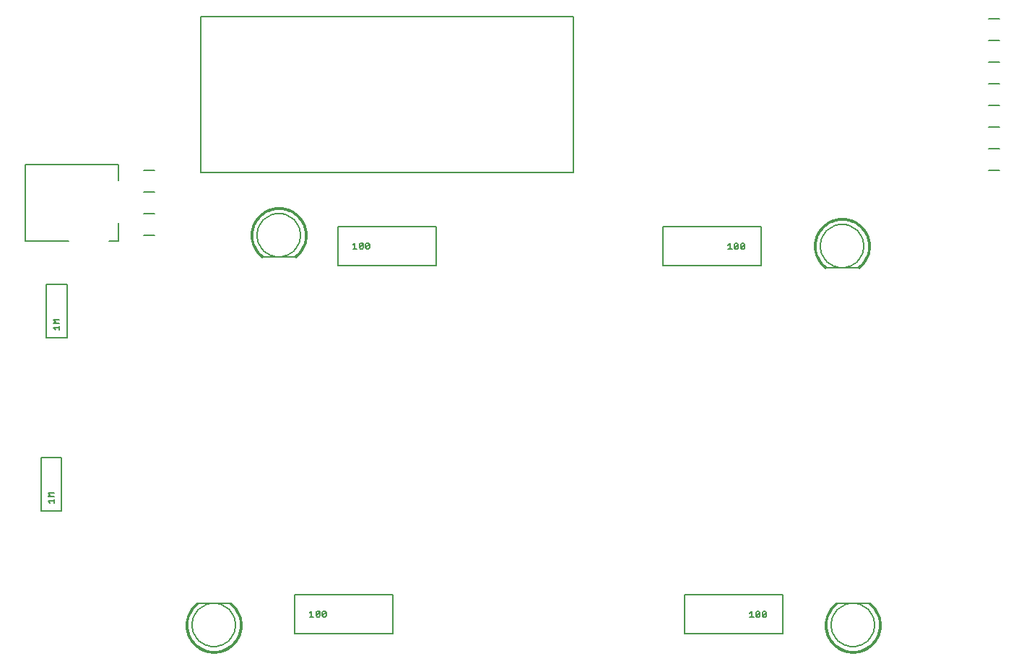
<source format=gto>
G75*
G70*
%OFA0B0*%
%FSLAX24Y24*%
%IPPOS*%
%LPD*%
%AMOC8*
5,1,8,0,0,1.08239X$1,22.5*
%
%ADD10C,0.0050*%
%ADD11C,0.0080*%
%ADD12C,0.0010*%
%ADD13C,0.0060*%
D10*
X002945Y007225D02*
X002855Y007315D01*
X003125Y007315D01*
X003125Y007225D02*
X003125Y007405D01*
X003125Y007520D02*
X002855Y007520D01*
X002945Y007610D01*
X002855Y007700D01*
X003125Y007700D01*
X014925Y002155D02*
X015015Y002245D01*
X015015Y001975D01*
X014925Y001975D02*
X015105Y001975D01*
X015220Y002020D02*
X015400Y002200D01*
X015400Y002020D01*
X015355Y001975D01*
X015265Y001975D01*
X015220Y002020D01*
X015220Y002200D01*
X015265Y002245D01*
X015355Y002245D01*
X015400Y002200D01*
X015514Y002200D02*
X015559Y002245D01*
X015649Y002245D01*
X015694Y002200D01*
X015514Y002020D01*
X015559Y001975D01*
X015649Y001975D01*
X015694Y002020D01*
X015694Y002200D01*
X015514Y002200D02*
X015514Y002020D01*
X035241Y001955D02*
X035421Y001955D01*
X035331Y001955D02*
X035331Y002225D01*
X035241Y002135D01*
X035536Y002180D02*
X035581Y002225D01*
X035671Y002225D01*
X035716Y002180D01*
X035536Y002000D01*
X035581Y001955D01*
X035671Y001955D01*
X035716Y002000D01*
X035716Y002180D01*
X035830Y002180D02*
X035875Y002225D01*
X035965Y002225D01*
X036011Y002180D01*
X035830Y002000D01*
X035875Y001955D01*
X035965Y001955D01*
X036011Y002000D01*
X036011Y002180D01*
X035830Y002180D02*
X035830Y002000D01*
X035536Y002000D02*
X035536Y002180D01*
X034965Y018955D02*
X034875Y018955D01*
X034830Y019000D01*
X035011Y019180D01*
X035011Y019000D01*
X034965Y018955D01*
X034830Y019000D02*
X034830Y019180D01*
X034875Y019225D01*
X034965Y019225D01*
X035011Y019180D01*
X034716Y019180D02*
X034536Y019000D01*
X034581Y018955D01*
X034671Y018955D01*
X034716Y019000D01*
X034716Y019180D01*
X034671Y019225D01*
X034581Y019225D01*
X034536Y019180D01*
X034536Y019000D01*
X034421Y018955D02*
X034241Y018955D01*
X034331Y018955D02*
X034331Y019225D01*
X034241Y019135D01*
X027100Y022500D02*
X009900Y022500D01*
X009900Y029700D01*
X027100Y029700D01*
X027100Y022500D01*
X017694Y019200D02*
X017514Y019020D01*
X017559Y018975D01*
X017649Y018975D01*
X017694Y019020D01*
X017694Y019200D01*
X017649Y019245D01*
X017559Y019245D01*
X017514Y019200D01*
X017514Y019020D01*
X017400Y019020D02*
X017400Y019200D01*
X017220Y019020D01*
X017265Y018975D01*
X017355Y018975D01*
X017400Y019020D01*
X017400Y019200D02*
X017355Y019245D01*
X017265Y019245D01*
X017220Y019200D01*
X017220Y019020D01*
X017105Y018975D02*
X016925Y018975D01*
X017015Y018975D02*
X017015Y019245D01*
X016925Y019155D01*
X003375Y015700D02*
X003105Y015700D01*
X003195Y015610D01*
X003105Y015520D01*
X003375Y015520D01*
X003375Y015405D02*
X003375Y015225D01*
X003375Y015315D02*
X003105Y015315D01*
X003195Y015225D01*
D11*
X009750Y002600D02*
X011250Y002600D01*
X014236Y002986D02*
X014236Y001214D01*
X018764Y001214D01*
X018764Y002986D01*
X014236Y002986D01*
X003472Y006860D02*
X003472Y009340D01*
X002528Y009340D01*
X002528Y006860D01*
X003472Y006860D01*
X003722Y014860D02*
X002778Y014860D01*
X002778Y017340D01*
X003722Y017340D01*
X003722Y014860D01*
X003807Y019328D02*
X001799Y019328D01*
X001799Y022872D01*
X006091Y022872D01*
X006091Y022124D01*
X007250Y022600D02*
X007750Y022600D01*
X007750Y021600D02*
X007250Y021600D01*
X007250Y020600D02*
X007750Y020600D01*
X007750Y019600D02*
X007250Y019600D01*
X006091Y019328D02*
X006091Y020155D01*
X006091Y019328D02*
X005657Y019328D01*
X012750Y018600D02*
X014250Y018600D01*
X016236Y018214D02*
X020764Y018214D01*
X020764Y019986D01*
X016236Y019986D01*
X016236Y018214D01*
X031236Y018214D02*
X031236Y019986D01*
X035764Y019986D01*
X035764Y018214D01*
X031236Y018214D01*
X038750Y018100D02*
X040250Y018100D01*
X046250Y022600D02*
X046750Y022600D01*
X046750Y023600D02*
X046250Y023600D01*
X046250Y024600D02*
X046750Y024600D01*
X046750Y025600D02*
X046250Y025600D01*
X046250Y026600D02*
X046750Y026600D01*
X046750Y027600D02*
X046250Y027600D01*
X046250Y028600D02*
X046750Y028600D01*
X046750Y029600D02*
X046250Y029600D01*
X036764Y002986D02*
X032236Y002986D01*
X032236Y001214D01*
X036764Y001214D01*
X036764Y002986D01*
X039250Y002600D02*
X040750Y002600D01*
D12*
X039220Y002632D02*
X039274Y002560D01*
X039273Y002561D02*
X039220Y002518D01*
X039169Y002473D01*
X039121Y002424D01*
X039076Y002373D01*
X039033Y002319D01*
X038994Y002263D01*
X038958Y002205D01*
X038925Y002145D01*
X038896Y002084D01*
X038871Y002020D01*
X038849Y001956D01*
X038830Y001890D01*
X038816Y001823D01*
X038805Y001756D01*
X038798Y001688D01*
X038795Y001620D01*
X038796Y001551D01*
X038801Y001483D01*
X038809Y001415D01*
X038822Y001348D01*
X038838Y001282D01*
X038858Y001217D01*
X038881Y001152D01*
X038908Y001090D01*
X038939Y001029D01*
X038973Y000970D01*
X039010Y000912D01*
X039051Y000857D01*
X039095Y000805D01*
X039141Y000755D01*
X039190Y000708D01*
X039242Y000663D01*
X039296Y000622D01*
X039353Y000583D01*
X039412Y000548D01*
X039472Y000517D01*
X039534Y000489D01*
X039598Y000464D01*
X039663Y000443D01*
X039729Y000426D01*
X039796Y000412D01*
X039864Y000403D01*
X039932Y000397D01*
X040000Y000395D01*
X040068Y000397D01*
X040136Y000403D01*
X040204Y000412D01*
X040271Y000426D01*
X040337Y000443D01*
X040402Y000464D01*
X040466Y000489D01*
X040528Y000517D01*
X040588Y000548D01*
X040647Y000583D01*
X040704Y000622D01*
X040758Y000663D01*
X040810Y000708D01*
X040859Y000755D01*
X040905Y000805D01*
X040949Y000857D01*
X040990Y000912D01*
X041027Y000970D01*
X041061Y001029D01*
X041092Y001090D01*
X041119Y001152D01*
X041142Y001217D01*
X041162Y001282D01*
X041178Y001348D01*
X041191Y001415D01*
X041199Y001483D01*
X041204Y001551D01*
X041205Y001620D01*
X041202Y001688D01*
X041195Y001756D01*
X041184Y001823D01*
X041170Y001890D01*
X041151Y001956D01*
X041129Y002020D01*
X041104Y002084D01*
X041075Y002145D01*
X041042Y002205D01*
X041006Y002263D01*
X040967Y002319D01*
X040924Y002373D01*
X040879Y002424D01*
X040831Y002473D01*
X040780Y002518D01*
X040727Y002561D01*
X040780Y002632D01*
X040781Y002633D01*
X040836Y002589D01*
X040889Y002541D01*
X040940Y002491D01*
X040987Y002438D01*
X041031Y002383D01*
X041073Y002325D01*
X041111Y002265D01*
X041146Y002204D01*
X041177Y002140D01*
X041205Y002075D01*
X041229Y002008D01*
X041250Y001940D01*
X041266Y001871D01*
X041279Y001801D01*
X041288Y001731D01*
X041294Y001660D01*
X041295Y001589D01*
X041292Y001518D01*
X041286Y001447D01*
X041276Y001377D01*
X041262Y001308D01*
X041244Y001239D01*
X041222Y001171D01*
X041197Y001105D01*
X041168Y001040D01*
X041135Y000977D01*
X041099Y000916D01*
X041060Y000857D01*
X041018Y000800D01*
X040973Y000745D01*
X040924Y000693D01*
X040873Y000644D01*
X040820Y000597D01*
X040763Y000554D01*
X040705Y000514D01*
X040644Y000477D01*
X040582Y000443D01*
X040518Y000413D01*
X040452Y000386D01*
X040385Y000363D01*
X040316Y000344D01*
X040247Y000329D01*
X040177Y000317D01*
X040106Y000309D01*
X040035Y000305D01*
X039965Y000305D01*
X039894Y000309D01*
X039823Y000317D01*
X039753Y000329D01*
X039684Y000344D01*
X039615Y000363D01*
X039548Y000386D01*
X039482Y000413D01*
X039418Y000443D01*
X039356Y000477D01*
X039295Y000514D01*
X039237Y000554D01*
X039180Y000597D01*
X039127Y000644D01*
X039076Y000693D01*
X039027Y000745D01*
X038982Y000800D01*
X038940Y000857D01*
X038901Y000916D01*
X038865Y000977D01*
X038832Y001040D01*
X038803Y001105D01*
X038778Y001171D01*
X038756Y001239D01*
X038738Y001308D01*
X038724Y001377D01*
X038714Y001447D01*
X038708Y001518D01*
X038705Y001589D01*
X038706Y001660D01*
X038712Y001731D01*
X038721Y001801D01*
X038734Y001871D01*
X038750Y001940D01*
X038771Y002008D01*
X038795Y002075D01*
X038823Y002140D01*
X038854Y002204D01*
X038889Y002265D01*
X038927Y002325D01*
X038969Y002383D01*
X039013Y002438D01*
X039060Y002491D01*
X039111Y002541D01*
X039164Y002589D01*
X039219Y002633D01*
X039224Y002626D01*
X039169Y002581D01*
X039116Y002534D01*
X039065Y002483D01*
X039018Y002430D01*
X038973Y002374D01*
X038932Y002316D01*
X038894Y002256D01*
X038859Y002194D01*
X038828Y002130D01*
X038801Y002064D01*
X038777Y001997D01*
X038757Y001928D01*
X038740Y001859D01*
X038728Y001789D01*
X038719Y001718D01*
X038715Y001647D01*
X038714Y001576D01*
X038718Y001505D01*
X038725Y001434D01*
X038736Y001363D01*
X038751Y001294D01*
X038770Y001225D01*
X038793Y001157D01*
X038819Y001091D01*
X038849Y001026D01*
X038883Y000964D01*
X038919Y000903D01*
X038960Y000844D01*
X039003Y000787D01*
X039050Y000733D01*
X039099Y000682D01*
X039152Y000634D01*
X039206Y000588D01*
X039264Y000546D01*
X039323Y000507D01*
X039385Y000471D01*
X039448Y000438D01*
X039513Y000410D01*
X039580Y000384D01*
X039648Y000363D01*
X039717Y000345D01*
X039787Y000332D01*
X039858Y000322D01*
X039929Y000316D01*
X040000Y000314D01*
X040071Y000316D01*
X040142Y000322D01*
X040213Y000332D01*
X040283Y000345D01*
X040352Y000363D01*
X040420Y000384D01*
X040487Y000410D01*
X040552Y000438D01*
X040615Y000471D01*
X040677Y000507D01*
X040736Y000546D01*
X040794Y000588D01*
X040848Y000634D01*
X040901Y000682D01*
X040950Y000733D01*
X040997Y000787D01*
X041040Y000844D01*
X041081Y000903D01*
X041117Y000964D01*
X041151Y001026D01*
X041181Y001091D01*
X041207Y001157D01*
X041230Y001225D01*
X041249Y001294D01*
X041264Y001363D01*
X041275Y001434D01*
X041282Y001505D01*
X041286Y001576D01*
X041285Y001647D01*
X041281Y001718D01*
X041272Y001789D01*
X041260Y001859D01*
X041243Y001928D01*
X041223Y001997D01*
X041199Y002064D01*
X041172Y002130D01*
X041141Y002194D01*
X041106Y002256D01*
X041068Y002316D01*
X041027Y002374D01*
X040982Y002430D01*
X040935Y002483D01*
X040884Y002534D01*
X040831Y002581D01*
X040776Y002626D01*
X040770Y002619D01*
X040825Y002574D01*
X040878Y002527D01*
X040928Y002477D01*
X040975Y002424D01*
X041019Y002369D01*
X041061Y002311D01*
X041098Y002252D01*
X041133Y002190D01*
X041164Y002126D01*
X041191Y002061D01*
X041215Y001994D01*
X041235Y001926D01*
X041251Y001857D01*
X041263Y001788D01*
X041272Y001717D01*
X041276Y001647D01*
X041277Y001576D01*
X041273Y001505D01*
X041266Y001435D01*
X041255Y001365D01*
X041240Y001296D01*
X041221Y001228D01*
X041199Y001160D01*
X041173Y001095D01*
X041143Y001030D01*
X041110Y000968D01*
X041073Y000908D01*
X041033Y000849D01*
X040990Y000793D01*
X040944Y000739D01*
X040894Y000689D01*
X040843Y000640D01*
X040788Y000595D01*
X040731Y000553D01*
X040672Y000514D01*
X040611Y000479D01*
X040548Y000446D01*
X040483Y000418D01*
X040417Y000393D01*
X040349Y000372D01*
X040281Y000354D01*
X040211Y000341D01*
X040141Y000331D01*
X040071Y000325D01*
X040000Y000323D01*
X039929Y000325D01*
X039859Y000331D01*
X039789Y000341D01*
X039719Y000354D01*
X039651Y000372D01*
X039583Y000393D01*
X039517Y000418D01*
X039452Y000446D01*
X039389Y000479D01*
X039328Y000514D01*
X039269Y000553D01*
X039212Y000595D01*
X039157Y000640D01*
X039106Y000689D01*
X039056Y000739D01*
X039010Y000793D01*
X038967Y000849D01*
X038927Y000908D01*
X038890Y000968D01*
X038857Y001030D01*
X038827Y001095D01*
X038801Y001160D01*
X038779Y001228D01*
X038760Y001296D01*
X038745Y001365D01*
X038734Y001435D01*
X038727Y001505D01*
X038723Y001576D01*
X038724Y001647D01*
X038728Y001717D01*
X038737Y001788D01*
X038749Y001857D01*
X038765Y001926D01*
X038785Y001994D01*
X038809Y002061D01*
X038836Y002126D01*
X038867Y002190D01*
X038902Y002252D01*
X038939Y002311D01*
X038981Y002369D01*
X039025Y002424D01*
X039072Y002477D01*
X039122Y002527D01*
X039175Y002574D01*
X039230Y002619D01*
X039235Y002611D01*
X039180Y002567D01*
X039127Y002519D01*
X039077Y002469D01*
X039029Y002416D01*
X038985Y002360D01*
X038944Y002302D01*
X038907Y002242D01*
X038872Y002180D01*
X038842Y002116D01*
X038815Y002050D01*
X038791Y001983D01*
X038772Y001915D01*
X038756Y001845D01*
X038744Y001775D01*
X038736Y001705D01*
X038732Y001634D01*
X038733Y001563D01*
X038737Y001492D01*
X038745Y001421D01*
X038757Y001351D01*
X038773Y001282D01*
X038792Y001214D01*
X038816Y001146D01*
X038843Y001081D01*
X038874Y001017D01*
X038908Y000955D01*
X038946Y000895D01*
X038988Y000837D01*
X039032Y000781D01*
X039079Y000728D01*
X039130Y000678D01*
X039183Y000631D01*
X039238Y000586D01*
X039296Y000545D01*
X039356Y000508D01*
X039419Y000473D01*
X039483Y000442D01*
X039548Y000415D01*
X039615Y000392D01*
X039684Y000372D01*
X039753Y000356D01*
X039823Y000344D01*
X039894Y000336D01*
X039964Y000332D01*
X040036Y000332D01*
X040106Y000336D01*
X040177Y000344D01*
X040247Y000356D01*
X040316Y000372D01*
X040385Y000392D01*
X040452Y000415D01*
X040517Y000442D01*
X040581Y000473D01*
X040644Y000508D01*
X040704Y000545D01*
X040762Y000586D01*
X040817Y000631D01*
X040870Y000678D01*
X040921Y000728D01*
X040968Y000781D01*
X041012Y000837D01*
X041054Y000895D01*
X041092Y000955D01*
X041126Y001017D01*
X041157Y001081D01*
X041184Y001146D01*
X041208Y001214D01*
X041227Y001282D01*
X041243Y001351D01*
X041255Y001421D01*
X041263Y001492D01*
X041267Y001563D01*
X041268Y001634D01*
X041264Y001705D01*
X041256Y001775D01*
X041244Y001845D01*
X041228Y001915D01*
X041209Y001983D01*
X041185Y002050D01*
X041158Y002116D01*
X041128Y002180D01*
X041093Y002242D01*
X041056Y002302D01*
X041015Y002360D01*
X040971Y002416D01*
X040923Y002469D01*
X040873Y002519D01*
X040820Y002567D01*
X040765Y002611D01*
X040759Y002604D01*
X040814Y002560D01*
X040867Y002513D01*
X040917Y002463D01*
X040964Y002410D01*
X041008Y002355D01*
X041048Y002297D01*
X041086Y002238D01*
X041120Y002176D01*
X041150Y002112D01*
X041177Y002047D01*
X041200Y001980D01*
X041220Y001912D01*
X041235Y001844D01*
X041247Y001774D01*
X041255Y001704D01*
X041259Y001633D01*
X041258Y001563D01*
X041254Y001492D01*
X041246Y001422D01*
X041234Y001353D01*
X041219Y001284D01*
X041199Y001216D01*
X041176Y001150D01*
X041149Y001085D01*
X041118Y001021D01*
X041084Y000959D01*
X041046Y000900D01*
X041005Y000842D01*
X040961Y000787D01*
X040914Y000734D01*
X040864Y000685D01*
X040812Y000638D01*
X040756Y000594D01*
X040699Y000553D01*
X040639Y000515D01*
X040577Y000481D01*
X040514Y000451D01*
X040449Y000424D01*
X040382Y000400D01*
X040314Y000381D01*
X040245Y000365D01*
X040176Y000353D01*
X040106Y000345D01*
X040035Y000341D01*
X039965Y000341D01*
X039894Y000345D01*
X039824Y000353D01*
X039755Y000365D01*
X039686Y000381D01*
X039618Y000400D01*
X039551Y000424D01*
X039486Y000451D01*
X039423Y000481D01*
X039361Y000515D01*
X039301Y000553D01*
X039244Y000594D01*
X039188Y000638D01*
X039136Y000685D01*
X039086Y000734D01*
X039039Y000787D01*
X038995Y000842D01*
X038954Y000900D01*
X038916Y000959D01*
X038882Y001021D01*
X038851Y001085D01*
X038824Y001150D01*
X038801Y001216D01*
X038781Y001284D01*
X038766Y001353D01*
X038754Y001422D01*
X038746Y001492D01*
X038742Y001563D01*
X038741Y001633D01*
X038745Y001704D01*
X038753Y001774D01*
X038765Y001844D01*
X038780Y001912D01*
X038800Y001980D01*
X038823Y002047D01*
X038850Y002112D01*
X038880Y002176D01*
X038914Y002238D01*
X038952Y002297D01*
X038992Y002355D01*
X039036Y002410D01*
X039083Y002463D01*
X039133Y002513D01*
X039186Y002560D01*
X039241Y002604D01*
X039246Y002597D01*
X039191Y002553D01*
X039139Y002506D01*
X039090Y002457D01*
X039043Y002404D01*
X039000Y002350D01*
X038959Y002292D01*
X038922Y002233D01*
X038888Y002172D01*
X038858Y002108D01*
X038831Y002044D01*
X038808Y001977D01*
X038789Y001910D01*
X038774Y001842D01*
X038762Y001773D01*
X038754Y001703D01*
X038750Y001633D01*
X038751Y001563D01*
X038755Y001493D01*
X038763Y001424D01*
X038774Y001355D01*
X038790Y001286D01*
X038809Y001219D01*
X038833Y001153D01*
X038860Y001088D01*
X038890Y001025D01*
X038924Y000964D01*
X038961Y000905D01*
X039002Y000847D01*
X039046Y000793D01*
X039092Y000741D01*
X039142Y000691D01*
X039194Y000644D01*
X039249Y000601D01*
X039306Y000560D01*
X039365Y000523D01*
X039427Y000489D01*
X039490Y000459D01*
X039555Y000432D01*
X039621Y000409D01*
X039688Y000390D01*
X039756Y000374D01*
X039825Y000362D01*
X039895Y000354D01*
X039965Y000350D01*
X040035Y000350D01*
X040105Y000354D01*
X040175Y000362D01*
X040244Y000374D01*
X040312Y000390D01*
X040379Y000409D01*
X040445Y000432D01*
X040510Y000459D01*
X040573Y000489D01*
X040635Y000523D01*
X040694Y000560D01*
X040751Y000601D01*
X040806Y000644D01*
X040858Y000691D01*
X040908Y000741D01*
X040954Y000793D01*
X040998Y000847D01*
X041039Y000905D01*
X041076Y000964D01*
X041110Y001025D01*
X041140Y001088D01*
X041167Y001153D01*
X041191Y001219D01*
X041210Y001286D01*
X041226Y001355D01*
X041237Y001424D01*
X041245Y001493D01*
X041249Y001563D01*
X041250Y001633D01*
X041246Y001703D01*
X041238Y001773D01*
X041226Y001842D01*
X041211Y001910D01*
X041192Y001977D01*
X041169Y002044D01*
X041142Y002108D01*
X041112Y002172D01*
X041078Y002233D01*
X041041Y002292D01*
X041000Y002350D01*
X040957Y002404D01*
X040910Y002457D01*
X040861Y002506D01*
X040809Y002553D01*
X040754Y002597D01*
X040749Y002590D01*
X040803Y002546D01*
X040855Y002500D01*
X040904Y002451D01*
X040950Y002399D01*
X040993Y002344D01*
X041033Y002287D01*
X041070Y002228D01*
X041104Y002167D01*
X041134Y002105D01*
X041160Y002040D01*
X041183Y001975D01*
X041202Y001908D01*
X041218Y001840D01*
X041229Y001771D01*
X041237Y001702D01*
X041241Y001633D01*
X041240Y001563D01*
X041236Y001494D01*
X041229Y001425D01*
X041217Y001356D01*
X041201Y001289D01*
X041182Y001222D01*
X041159Y001156D01*
X041132Y001092D01*
X041102Y001029D01*
X041068Y000968D01*
X041031Y000910D01*
X040991Y000853D01*
X040948Y000799D01*
X040901Y000747D01*
X040852Y000698D01*
X040800Y000651D01*
X040746Y000608D01*
X040689Y000568D01*
X040630Y000531D01*
X040569Y000497D01*
X040506Y000467D01*
X040442Y000440D01*
X040377Y000417D01*
X040310Y000398D01*
X040242Y000383D01*
X040173Y000371D01*
X040104Y000363D01*
X040035Y000359D01*
X039965Y000359D01*
X039896Y000363D01*
X039827Y000371D01*
X039758Y000383D01*
X039690Y000398D01*
X039623Y000417D01*
X039558Y000440D01*
X039494Y000467D01*
X039431Y000497D01*
X039370Y000531D01*
X039311Y000568D01*
X039254Y000608D01*
X039200Y000651D01*
X039148Y000698D01*
X039099Y000747D01*
X039052Y000799D01*
X039009Y000853D01*
X038969Y000910D01*
X038932Y000968D01*
X038898Y001029D01*
X038868Y001092D01*
X038841Y001156D01*
X038818Y001222D01*
X038799Y001289D01*
X038783Y001356D01*
X038771Y001425D01*
X038764Y001494D01*
X038760Y001563D01*
X038759Y001633D01*
X038763Y001702D01*
X038771Y001771D01*
X038782Y001840D01*
X038798Y001908D01*
X038817Y001975D01*
X038840Y002040D01*
X038866Y002105D01*
X038896Y002167D01*
X038930Y002228D01*
X038967Y002287D01*
X039007Y002344D01*
X039050Y002399D01*
X039096Y002451D01*
X039145Y002500D01*
X039197Y002546D01*
X039251Y002590D01*
X039257Y002583D01*
X039203Y002539D01*
X039152Y002493D01*
X039103Y002444D01*
X039057Y002393D01*
X039014Y002339D01*
X038974Y002282D01*
X038938Y002224D01*
X038904Y002163D01*
X038874Y002101D01*
X038848Y002037D01*
X038826Y001972D01*
X038807Y001906D01*
X038791Y001838D01*
X038780Y001770D01*
X038772Y001702D01*
X038768Y001633D01*
X038769Y001564D01*
X038773Y001495D01*
X038780Y001426D01*
X038792Y001358D01*
X038807Y001291D01*
X038827Y001224D01*
X038850Y001159D01*
X038876Y001096D01*
X038906Y001033D01*
X038939Y000973D01*
X038976Y000915D01*
X039016Y000858D01*
X039059Y000804D01*
X039105Y000753D01*
X039154Y000704D01*
X039206Y000658D01*
X039260Y000615D01*
X039316Y000575D01*
X039375Y000539D01*
X039435Y000505D01*
X039497Y000475D01*
X039561Y000449D01*
X039626Y000426D01*
X039693Y000407D01*
X039760Y000392D01*
X039828Y000380D01*
X039897Y000372D01*
X039965Y000368D01*
X040035Y000368D01*
X040103Y000372D01*
X040172Y000380D01*
X040240Y000392D01*
X040307Y000407D01*
X040374Y000426D01*
X040439Y000449D01*
X040503Y000475D01*
X040565Y000505D01*
X040625Y000539D01*
X040684Y000575D01*
X040740Y000615D01*
X040794Y000658D01*
X040846Y000704D01*
X040895Y000753D01*
X040941Y000804D01*
X040984Y000858D01*
X041024Y000915D01*
X041061Y000973D01*
X041094Y001033D01*
X041124Y001096D01*
X041150Y001159D01*
X041173Y001224D01*
X041193Y001291D01*
X041208Y001358D01*
X041220Y001426D01*
X041227Y001495D01*
X041231Y001564D01*
X041232Y001633D01*
X041228Y001702D01*
X041220Y001770D01*
X041209Y001838D01*
X041193Y001906D01*
X041174Y001972D01*
X041152Y002037D01*
X041126Y002101D01*
X041096Y002163D01*
X041062Y002224D01*
X041026Y002282D01*
X040986Y002339D01*
X040943Y002393D01*
X040897Y002444D01*
X040848Y002493D01*
X040797Y002539D01*
X040743Y002583D01*
X040738Y002575D01*
X040792Y002532D01*
X040843Y002486D01*
X040892Y002436D01*
X040938Y002385D01*
X040981Y002330D01*
X041021Y002273D01*
X041057Y002215D01*
X041091Y002154D01*
X041120Y002091D01*
X041146Y002027D01*
X041168Y001961D01*
X041187Y001894D01*
X041202Y001827D01*
X041213Y001758D01*
X041220Y001689D01*
X041223Y001620D01*
X041222Y001551D01*
X041217Y001481D01*
X041209Y001413D01*
X041196Y001345D01*
X041180Y001277D01*
X041159Y001211D01*
X041136Y001146D01*
X041108Y001082D01*
X041077Y001020D01*
X041042Y000960D01*
X041004Y000902D01*
X040963Y000846D01*
X040919Y000793D01*
X040872Y000742D01*
X040822Y000694D01*
X040769Y000649D01*
X040714Y000607D01*
X040657Y000568D01*
X040597Y000533D01*
X040536Y000501D01*
X040473Y000472D01*
X040408Y000447D01*
X040342Y000426D01*
X040275Y000408D01*
X040207Y000395D01*
X040138Y000385D01*
X040069Y000379D01*
X040000Y000377D01*
X039931Y000379D01*
X039862Y000385D01*
X039793Y000395D01*
X039725Y000408D01*
X039658Y000426D01*
X039592Y000447D01*
X039527Y000472D01*
X039464Y000501D01*
X039403Y000533D01*
X039343Y000568D01*
X039286Y000607D01*
X039231Y000649D01*
X039178Y000694D01*
X039128Y000742D01*
X039081Y000793D01*
X039037Y000846D01*
X038996Y000902D01*
X038958Y000960D01*
X038923Y001020D01*
X038892Y001082D01*
X038864Y001146D01*
X038841Y001211D01*
X038820Y001277D01*
X038804Y001345D01*
X038791Y001413D01*
X038783Y001481D01*
X038778Y001551D01*
X038777Y001620D01*
X038780Y001689D01*
X038787Y001758D01*
X038798Y001827D01*
X038813Y001894D01*
X038832Y001961D01*
X038854Y002027D01*
X038880Y002091D01*
X038909Y002154D01*
X038943Y002215D01*
X038979Y002273D01*
X039019Y002330D01*
X039062Y002385D01*
X039108Y002436D01*
X039157Y002486D01*
X039208Y002532D01*
X039262Y002575D01*
X039268Y002568D01*
X039214Y002525D01*
X039163Y002479D01*
X039114Y002430D01*
X039069Y002379D01*
X039026Y002325D01*
X038987Y002268D01*
X038950Y002210D01*
X038917Y002150D01*
X038888Y002087D01*
X038862Y002024D01*
X038840Y001958D01*
X038822Y001892D01*
X038807Y001825D01*
X038796Y001757D01*
X038789Y001688D01*
X038786Y001620D01*
X038787Y001551D01*
X038792Y001482D01*
X038800Y001414D01*
X038813Y001346D01*
X038829Y001280D01*
X038849Y001214D01*
X038873Y001149D01*
X038900Y001086D01*
X038931Y001025D01*
X038965Y000965D01*
X039003Y000907D01*
X039044Y000852D01*
X039088Y000799D01*
X039135Y000749D01*
X039184Y000701D01*
X039236Y000656D01*
X039291Y000614D01*
X039348Y000576D01*
X039407Y000541D01*
X039468Y000509D01*
X039531Y000480D01*
X039595Y000456D01*
X039661Y000434D01*
X039727Y000417D01*
X039795Y000404D01*
X039863Y000394D01*
X039931Y000388D01*
X040000Y000386D01*
X040069Y000388D01*
X040137Y000394D01*
X040205Y000404D01*
X040273Y000417D01*
X040339Y000434D01*
X040405Y000456D01*
X040469Y000480D01*
X040532Y000509D01*
X040593Y000541D01*
X040652Y000576D01*
X040709Y000614D01*
X040764Y000656D01*
X040816Y000701D01*
X040865Y000749D01*
X040912Y000799D01*
X040956Y000852D01*
X040997Y000907D01*
X041035Y000965D01*
X041069Y001025D01*
X041100Y001086D01*
X041127Y001149D01*
X041151Y001214D01*
X041171Y001280D01*
X041187Y001346D01*
X041200Y001414D01*
X041208Y001482D01*
X041213Y001551D01*
X041214Y001620D01*
X041211Y001688D01*
X041204Y001757D01*
X041193Y001825D01*
X041178Y001892D01*
X041160Y001958D01*
X041138Y002024D01*
X041112Y002087D01*
X041083Y002150D01*
X041050Y002210D01*
X041013Y002268D01*
X040974Y002325D01*
X040931Y002379D01*
X040886Y002430D01*
X040837Y002479D01*
X040786Y002525D01*
X040732Y002568D01*
X040280Y018068D02*
X040226Y018140D01*
X040227Y018139D02*
X040280Y018182D01*
X040331Y018227D01*
X040379Y018276D01*
X040424Y018327D01*
X040467Y018381D01*
X040506Y018437D01*
X040542Y018495D01*
X040575Y018555D01*
X040604Y018616D01*
X040629Y018680D01*
X040651Y018744D01*
X040670Y018810D01*
X040684Y018877D01*
X040695Y018944D01*
X040702Y019012D01*
X040705Y019080D01*
X040704Y019149D01*
X040699Y019217D01*
X040691Y019285D01*
X040678Y019352D01*
X040662Y019418D01*
X040642Y019483D01*
X040619Y019548D01*
X040592Y019610D01*
X040561Y019671D01*
X040527Y019730D01*
X040490Y019788D01*
X040449Y019843D01*
X040405Y019895D01*
X040359Y019945D01*
X040310Y019992D01*
X040258Y020037D01*
X040204Y020078D01*
X040147Y020117D01*
X040088Y020152D01*
X040028Y020183D01*
X039966Y020211D01*
X039902Y020236D01*
X039837Y020257D01*
X039771Y020274D01*
X039704Y020288D01*
X039636Y020297D01*
X039568Y020303D01*
X039500Y020305D01*
X039432Y020303D01*
X039364Y020297D01*
X039296Y020288D01*
X039229Y020274D01*
X039163Y020257D01*
X039098Y020236D01*
X039034Y020211D01*
X038972Y020183D01*
X038912Y020152D01*
X038853Y020117D01*
X038796Y020078D01*
X038742Y020037D01*
X038690Y019992D01*
X038641Y019945D01*
X038595Y019895D01*
X038551Y019843D01*
X038510Y019788D01*
X038473Y019730D01*
X038439Y019671D01*
X038408Y019610D01*
X038381Y019548D01*
X038358Y019483D01*
X038338Y019418D01*
X038322Y019352D01*
X038309Y019285D01*
X038301Y019217D01*
X038296Y019149D01*
X038295Y019080D01*
X038298Y019012D01*
X038305Y018944D01*
X038316Y018877D01*
X038330Y018810D01*
X038349Y018744D01*
X038371Y018680D01*
X038396Y018616D01*
X038425Y018555D01*
X038458Y018495D01*
X038494Y018437D01*
X038533Y018381D01*
X038576Y018327D01*
X038621Y018276D01*
X038669Y018227D01*
X038720Y018182D01*
X038773Y018139D01*
X038720Y018068D01*
X038719Y018067D01*
X038664Y018111D01*
X038611Y018159D01*
X038560Y018209D01*
X038513Y018262D01*
X038469Y018317D01*
X038427Y018375D01*
X038389Y018435D01*
X038354Y018496D01*
X038323Y018560D01*
X038295Y018625D01*
X038271Y018692D01*
X038250Y018760D01*
X038234Y018829D01*
X038221Y018899D01*
X038212Y018969D01*
X038206Y019040D01*
X038205Y019111D01*
X038208Y019182D01*
X038214Y019253D01*
X038224Y019323D01*
X038238Y019392D01*
X038256Y019461D01*
X038278Y019529D01*
X038303Y019595D01*
X038332Y019660D01*
X038365Y019723D01*
X038401Y019784D01*
X038440Y019843D01*
X038482Y019900D01*
X038527Y019955D01*
X038576Y020007D01*
X038627Y020056D01*
X038680Y020103D01*
X038737Y020146D01*
X038795Y020186D01*
X038856Y020223D01*
X038918Y020257D01*
X038982Y020287D01*
X039048Y020314D01*
X039115Y020337D01*
X039184Y020356D01*
X039253Y020371D01*
X039323Y020383D01*
X039394Y020391D01*
X039465Y020395D01*
X039535Y020395D01*
X039606Y020391D01*
X039677Y020383D01*
X039747Y020371D01*
X039816Y020356D01*
X039885Y020337D01*
X039952Y020314D01*
X040018Y020287D01*
X040082Y020257D01*
X040144Y020223D01*
X040205Y020186D01*
X040263Y020146D01*
X040320Y020103D01*
X040373Y020056D01*
X040424Y020007D01*
X040473Y019955D01*
X040518Y019900D01*
X040560Y019843D01*
X040599Y019784D01*
X040635Y019723D01*
X040668Y019660D01*
X040697Y019595D01*
X040722Y019529D01*
X040744Y019461D01*
X040762Y019392D01*
X040776Y019323D01*
X040786Y019253D01*
X040792Y019182D01*
X040795Y019111D01*
X040794Y019040D01*
X040788Y018969D01*
X040779Y018899D01*
X040766Y018829D01*
X040750Y018760D01*
X040729Y018692D01*
X040705Y018625D01*
X040677Y018560D01*
X040646Y018496D01*
X040611Y018435D01*
X040573Y018375D01*
X040531Y018317D01*
X040487Y018262D01*
X040440Y018209D01*
X040389Y018159D01*
X040336Y018111D01*
X040281Y018067D01*
X040276Y018074D01*
X040331Y018119D01*
X040384Y018166D01*
X040435Y018217D01*
X040482Y018270D01*
X040527Y018326D01*
X040568Y018384D01*
X040606Y018444D01*
X040641Y018506D01*
X040672Y018570D01*
X040699Y018636D01*
X040723Y018703D01*
X040743Y018772D01*
X040760Y018841D01*
X040772Y018911D01*
X040781Y018982D01*
X040785Y019053D01*
X040786Y019124D01*
X040782Y019195D01*
X040775Y019266D01*
X040764Y019337D01*
X040749Y019406D01*
X040730Y019475D01*
X040707Y019543D01*
X040681Y019609D01*
X040651Y019674D01*
X040617Y019736D01*
X040581Y019797D01*
X040540Y019856D01*
X040497Y019913D01*
X040450Y019967D01*
X040401Y020018D01*
X040348Y020066D01*
X040294Y020112D01*
X040236Y020154D01*
X040177Y020193D01*
X040115Y020229D01*
X040052Y020262D01*
X039987Y020290D01*
X039920Y020316D01*
X039852Y020337D01*
X039783Y020355D01*
X039713Y020368D01*
X039642Y020378D01*
X039571Y020384D01*
X039500Y020386D01*
X039429Y020384D01*
X039358Y020378D01*
X039287Y020368D01*
X039217Y020355D01*
X039148Y020337D01*
X039080Y020316D01*
X039013Y020290D01*
X038948Y020262D01*
X038885Y020229D01*
X038823Y020193D01*
X038764Y020154D01*
X038706Y020112D01*
X038652Y020066D01*
X038599Y020018D01*
X038550Y019967D01*
X038503Y019913D01*
X038460Y019856D01*
X038419Y019797D01*
X038383Y019736D01*
X038349Y019674D01*
X038319Y019609D01*
X038293Y019543D01*
X038270Y019475D01*
X038251Y019406D01*
X038236Y019337D01*
X038225Y019266D01*
X038218Y019195D01*
X038214Y019124D01*
X038215Y019053D01*
X038219Y018982D01*
X038228Y018911D01*
X038240Y018841D01*
X038257Y018772D01*
X038277Y018703D01*
X038301Y018636D01*
X038328Y018570D01*
X038359Y018506D01*
X038394Y018444D01*
X038432Y018384D01*
X038473Y018326D01*
X038518Y018270D01*
X038565Y018217D01*
X038616Y018166D01*
X038669Y018119D01*
X038724Y018074D01*
X038730Y018081D01*
X038675Y018126D01*
X038622Y018173D01*
X038572Y018223D01*
X038525Y018276D01*
X038481Y018331D01*
X038439Y018389D01*
X038402Y018448D01*
X038367Y018510D01*
X038336Y018574D01*
X038309Y018639D01*
X038285Y018706D01*
X038265Y018774D01*
X038249Y018843D01*
X038237Y018912D01*
X038228Y018983D01*
X038224Y019053D01*
X038223Y019124D01*
X038227Y019195D01*
X038234Y019265D01*
X038245Y019335D01*
X038260Y019404D01*
X038279Y019472D01*
X038301Y019540D01*
X038327Y019605D01*
X038357Y019670D01*
X038390Y019732D01*
X038427Y019792D01*
X038467Y019851D01*
X038510Y019907D01*
X038556Y019961D01*
X038606Y020011D01*
X038657Y020060D01*
X038712Y020105D01*
X038769Y020147D01*
X038828Y020186D01*
X038889Y020221D01*
X038952Y020254D01*
X039017Y020282D01*
X039083Y020307D01*
X039151Y020328D01*
X039219Y020346D01*
X039289Y020359D01*
X039359Y020369D01*
X039429Y020375D01*
X039500Y020377D01*
X039571Y020375D01*
X039641Y020369D01*
X039711Y020359D01*
X039781Y020346D01*
X039849Y020328D01*
X039917Y020307D01*
X039983Y020282D01*
X040048Y020254D01*
X040111Y020221D01*
X040172Y020186D01*
X040231Y020147D01*
X040288Y020105D01*
X040343Y020060D01*
X040394Y020011D01*
X040444Y019961D01*
X040490Y019907D01*
X040533Y019851D01*
X040573Y019792D01*
X040610Y019732D01*
X040643Y019670D01*
X040673Y019605D01*
X040699Y019540D01*
X040721Y019472D01*
X040740Y019404D01*
X040755Y019335D01*
X040766Y019265D01*
X040773Y019195D01*
X040777Y019124D01*
X040776Y019053D01*
X040772Y018983D01*
X040763Y018912D01*
X040751Y018843D01*
X040735Y018774D01*
X040715Y018706D01*
X040691Y018639D01*
X040664Y018574D01*
X040633Y018510D01*
X040598Y018448D01*
X040561Y018389D01*
X040519Y018331D01*
X040475Y018276D01*
X040428Y018223D01*
X040378Y018173D01*
X040325Y018126D01*
X040270Y018081D01*
X040265Y018089D01*
X040320Y018133D01*
X040373Y018181D01*
X040423Y018231D01*
X040471Y018284D01*
X040515Y018340D01*
X040556Y018398D01*
X040593Y018458D01*
X040628Y018520D01*
X040658Y018584D01*
X040685Y018650D01*
X040709Y018717D01*
X040728Y018785D01*
X040744Y018855D01*
X040756Y018925D01*
X040764Y018995D01*
X040768Y019066D01*
X040767Y019137D01*
X040763Y019208D01*
X040755Y019279D01*
X040743Y019349D01*
X040727Y019418D01*
X040708Y019486D01*
X040684Y019554D01*
X040657Y019619D01*
X040626Y019683D01*
X040592Y019745D01*
X040554Y019805D01*
X040512Y019863D01*
X040468Y019919D01*
X040421Y019972D01*
X040370Y020022D01*
X040317Y020069D01*
X040262Y020114D01*
X040204Y020155D01*
X040144Y020192D01*
X040081Y020227D01*
X040017Y020258D01*
X039952Y020285D01*
X039885Y020308D01*
X039816Y020328D01*
X039747Y020344D01*
X039677Y020356D01*
X039606Y020364D01*
X039536Y020368D01*
X039464Y020368D01*
X039394Y020364D01*
X039323Y020356D01*
X039253Y020344D01*
X039184Y020328D01*
X039115Y020308D01*
X039048Y020285D01*
X038983Y020258D01*
X038919Y020227D01*
X038856Y020192D01*
X038796Y020155D01*
X038738Y020114D01*
X038683Y020069D01*
X038630Y020022D01*
X038579Y019972D01*
X038532Y019919D01*
X038488Y019863D01*
X038446Y019805D01*
X038408Y019745D01*
X038374Y019683D01*
X038343Y019619D01*
X038316Y019554D01*
X038292Y019486D01*
X038273Y019418D01*
X038257Y019349D01*
X038245Y019279D01*
X038237Y019208D01*
X038233Y019137D01*
X038232Y019066D01*
X038236Y018995D01*
X038244Y018925D01*
X038256Y018855D01*
X038272Y018785D01*
X038291Y018717D01*
X038315Y018650D01*
X038342Y018584D01*
X038372Y018520D01*
X038407Y018458D01*
X038444Y018398D01*
X038485Y018340D01*
X038529Y018284D01*
X038577Y018231D01*
X038627Y018181D01*
X038680Y018133D01*
X038735Y018089D01*
X038741Y018096D01*
X038686Y018140D01*
X038633Y018187D01*
X038583Y018237D01*
X038536Y018290D01*
X038492Y018345D01*
X038452Y018403D01*
X038414Y018462D01*
X038380Y018524D01*
X038350Y018588D01*
X038323Y018653D01*
X038300Y018720D01*
X038280Y018788D01*
X038265Y018856D01*
X038253Y018926D01*
X038245Y018996D01*
X038241Y019067D01*
X038242Y019137D01*
X038246Y019208D01*
X038254Y019278D01*
X038266Y019347D01*
X038281Y019416D01*
X038301Y019484D01*
X038324Y019550D01*
X038351Y019615D01*
X038382Y019679D01*
X038416Y019741D01*
X038454Y019800D01*
X038495Y019858D01*
X038539Y019913D01*
X038586Y019966D01*
X038636Y020015D01*
X038688Y020062D01*
X038744Y020106D01*
X038801Y020147D01*
X038861Y020185D01*
X038923Y020219D01*
X038986Y020249D01*
X039051Y020276D01*
X039118Y020300D01*
X039186Y020319D01*
X039255Y020335D01*
X039324Y020347D01*
X039394Y020355D01*
X039465Y020359D01*
X039535Y020359D01*
X039606Y020355D01*
X039676Y020347D01*
X039745Y020335D01*
X039814Y020319D01*
X039882Y020300D01*
X039949Y020276D01*
X040014Y020249D01*
X040077Y020219D01*
X040139Y020185D01*
X040199Y020147D01*
X040256Y020106D01*
X040312Y020062D01*
X040364Y020015D01*
X040414Y019966D01*
X040461Y019913D01*
X040505Y019858D01*
X040546Y019800D01*
X040584Y019741D01*
X040618Y019679D01*
X040649Y019615D01*
X040676Y019550D01*
X040699Y019484D01*
X040719Y019416D01*
X040734Y019347D01*
X040746Y019278D01*
X040754Y019208D01*
X040758Y019137D01*
X040759Y019067D01*
X040755Y018996D01*
X040747Y018926D01*
X040735Y018856D01*
X040720Y018788D01*
X040700Y018720D01*
X040677Y018653D01*
X040650Y018588D01*
X040620Y018524D01*
X040586Y018462D01*
X040548Y018403D01*
X040508Y018345D01*
X040464Y018290D01*
X040417Y018237D01*
X040367Y018187D01*
X040314Y018140D01*
X040259Y018096D01*
X040254Y018103D01*
X040309Y018147D01*
X040361Y018194D01*
X040410Y018243D01*
X040457Y018296D01*
X040500Y018350D01*
X040541Y018408D01*
X040578Y018467D01*
X040612Y018528D01*
X040642Y018592D01*
X040669Y018656D01*
X040692Y018723D01*
X040711Y018790D01*
X040726Y018858D01*
X040738Y018927D01*
X040746Y018997D01*
X040750Y019067D01*
X040749Y019137D01*
X040745Y019207D01*
X040737Y019276D01*
X040726Y019345D01*
X040710Y019414D01*
X040691Y019481D01*
X040667Y019547D01*
X040640Y019612D01*
X040610Y019675D01*
X040576Y019736D01*
X040539Y019795D01*
X040498Y019853D01*
X040454Y019907D01*
X040408Y019959D01*
X040358Y020009D01*
X040306Y020056D01*
X040251Y020099D01*
X040194Y020140D01*
X040135Y020177D01*
X040073Y020211D01*
X040010Y020241D01*
X039945Y020268D01*
X039879Y020291D01*
X039812Y020310D01*
X039744Y020326D01*
X039675Y020338D01*
X039605Y020346D01*
X039535Y020350D01*
X039465Y020350D01*
X039395Y020346D01*
X039325Y020338D01*
X039256Y020326D01*
X039188Y020310D01*
X039121Y020291D01*
X039055Y020268D01*
X038990Y020241D01*
X038927Y020211D01*
X038865Y020177D01*
X038806Y020140D01*
X038749Y020099D01*
X038694Y020056D01*
X038642Y020009D01*
X038592Y019959D01*
X038546Y019907D01*
X038502Y019853D01*
X038461Y019795D01*
X038424Y019736D01*
X038390Y019675D01*
X038360Y019612D01*
X038333Y019547D01*
X038309Y019481D01*
X038290Y019414D01*
X038274Y019345D01*
X038263Y019276D01*
X038255Y019207D01*
X038251Y019137D01*
X038250Y019067D01*
X038254Y018997D01*
X038262Y018927D01*
X038274Y018858D01*
X038289Y018790D01*
X038308Y018723D01*
X038331Y018656D01*
X038358Y018592D01*
X038388Y018528D01*
X038422Y018467D01*
X038459Y018408D01*
X038500Y018350D01*
X038543Y018296D01*
X038590Y018243D01*
X038639Y018194D01*
X038691Y018147D01*
X038746Y018103D01*
X038751Y018110D01*
X038697Y018154D01*
X038645Y018200D01*
X038596Y018249D01*
X038550Y018301D01*
X038507Y018356D01*
X038467Y018413D01*
X038430Y018472D01*
X038396Y018533D01*
X038366Y018595D01*
X038340Y018660D01*
X038317Y018725D01*
X038298Y018792D01*
X038282Y018860D01*
X038271Y018929D01*
X038263Y018998D01*
X038259Y019067D01*
X038260Y019137D01*
X038264Y019206D01*
X038271Y019275D01*
X038283Y019344D01*
X038299Y019411D01*
X038318Y019478D01*
X038341Y019544D01*
X038368Y019608D01*
X038398Y019671D01*
X038432Y019732D01*
X038469Y019790D01*
X038509Y019847D01*
X038552Y019901D01*
X038599Y019953D01*
X038648Y020002D01*
X038700Y020049D01*
X038754Y020092D01*
X038811Y020132D01*
X038870Y020169D01*
X038931Y020203D01*
X038994Y020233D01*
X039058Y020260D01*
X039123Y020283D01*
X039190Y020302D01*
X039258Y020317D01*
X039327Y020329D01*
X039396Y020337D01*
X039465Y020341D01*
X039535Y020341D01*
X039604Y020337D01*
X039673Y020329D01*
X039742Y020317D01*
X039810Y020302D01*
X039877Y020283D01*
X039942Y020260D01*
X040006Y020233D01*
X040069Y020203D01*
X040130Y020169D01*
X040189Y020132D01*
X040246Y020092D01*
X040300Y020049D01*
X040352Y020002D01*
X040401Y019953D01*
X040448Y019901D01*
X040491Y019847D01*
X040531Y019790D01*
X040568Y019732D01*
X040602Y019671D01*
X040632Y019608D01*
X040659Y019544D01*
X040682Y019478D01*
X040701Y019411D01*
X040717Y019344D01*
X040729Y019275D01*
X040736Y019206D01*
X040740Y019137D01*
X040741Y019067D01*
X040737Y018998D01*
X040729Y018929D01*
X040718Y018860D01*
X040702Y018792D01*
X040683Y018725D01*
X040660Y018660D01*
X040634Y018595D01*
X040604Y018533D01*
X040570Y018472D01*
X040533Y018413D01*
X040493Y018356D01*
X040450Y018301D01*
X040404Y018249D01*
X040355Y018200D01*
X040303Y018154D01*
X040249Y018110D01*
X040243Y018117D01*
X040297Y018161D01*
X040348Y018207D01*
X040397Y018256D01*
X040443Y018307D01*
X040486Y018361D01*
X040526Y018418D01*
X040562Y018476D01*
X040596Y018537D01*
X040626Y018599D01*
X040652Y018663D01*
X040674Y018728D01*
X040693Y018794D01*
X040709Y018862D01*
X040720Y018930D01*
X040728Y018998D01*
X040732Y019067D01*
X040731Y019136D01*
X040727Y019205D01*
X040720Y019274D01*
X040708Y019342D01*
X040693Y019409D01*
X040673Y019476D01*
X040650Y019541D01*
X040624Y019604D01*
X040594Y019667D01*
X040561Y019727D01*
X040524Y019785D01*
X040484Y019842D01*
X040441Y019896D01*
X040395Y019947D01*
X040346Y019996D01*
X040294Y020042D01*
X040240Y020085D01*
X040184Y020125D01*
X040125Y020161D01*
X040065Y020195D01*
X040003Y020225D01*
X039939Y020251D01*
X039874Y020274D01*
X039807Y020293D01*
X039740Y020308D01*
X039672Y020320D01*
X039603Y020328D01*
X039535Y020332D01*
X039465Y020332D01*
X039397Y020328D01*
X039328Y020320D01*
X039260Y020308D01*
X039193Y020293D01*
X039126Y020274D01*
X039061Y020251D01*
X038997Y020225D01*
X038935Y020195D01*
X038875Y020161D01*
X038816Y020125D01*
X038760Y020085D01*
X038706Y020042D01*
X038654Y019996D01*
X038605Y019947D01*
X038559Y019896D01*
X038516Y019842D01*
X038476Y019785D01*
X038439Y019727D01*
X038406Y019667D01*
X038376Y019604D01*
X038350Y019541D01*
X038327Y019476D01*
X038307Y019409D01*
X038292Y019342D01*
X038280Y019274D01*
X038273Y019205D01*
X038269Y019136D01*
X038268Y019067D01*
X038272Y018998D01*
X038280Y018930D01*
X038291Y018862D01*
X038307Y018794D01*
X038326Y018728D01*
X038348Y018663D01*
X038374Y018599D01*
X038404Y018537D01*
X038438Y018476D01*
X038474Y018418D01*
X038514Y018361D01*
X038557Y018307D01*
X038603Y018256D01*
X038652Y018207D01*
X038703Y018161D01*
X038757Y018117D01*
X038762Y018125D01*
X038708Y018168D01*
X038657Y018214D01*
X038608Y018264D01*
X038562Y018315D01*
X038519Y018370D01*
X038479Y018427D01*
X038443Y018485D01*
X038409Y018546D01*
X038380Y018609D01*
X038354Y018673D01*
X038332Y018739D01*
X038313Y018806D01*
X038298Y018873D01*
X038287Y018942D01*
X038280Y019011D01*
X038277Y019080D01*
X038278Y019149D01*
X038283Y019219D01*
X038291Y019287D01*
X038304Y019355D01*
X038320Y019423D01*
X038341Y019489D01*
X038364Y019554D01*
X038392Y019618D01*
X038423Y019680D01*
X038458Y019740D01*
X038496Y019798D01*
X038537Y019854D01*
X038581Y019907D01*
X038628Y019958D01*
X038678Y020006D01*
X038731Y020051D01*
X038786Y020093D01*
X038843Y020132D01*
X038903Y020167D01*
X038964Y020199D01*
X039027Y020228D01*
X039092Y020253D01*
X039158Y020274D01*
X039225Y020292D01*
X039293Y020305D01*
X039362Y020315D01*
X039431Y020321D01*
X039500Y020323D01*
X039569Y020321D01*
X039638Y020315D01*
X039707Y020305D01*
X039775Y020292D01*
X039842Y020274D01*
X039908Y020253D01*
X039973Y020228D01*
X040036Y020199D01*
X040097Y020167D01*
X040157Y020132D01*
X040214Y020093D01*
X040269Y020051D01*
X040322Y020006D01*
X040372Y019958D01*
X040419Y019907D01*
X040463Y019854D01*
X040504Y019798D01*
X040542Y019740D01*
X040577Y019680D01*
X040608Y019618D01*
X040636Y019554D01*
X040659Y019489D01*
X040680Y019423D01*
X040696Y019355D01*
X040709Y019287D01*
X040717Y019219D01*
X040722Y019149D01*
X040723Y019080D01*
X040720Y019011D01*
X040713Y018942D01*
X040702Y018873D01*
X040687Y018806D01*
X040668Y018739D01*
X040646Y018673D01*
X040620Y018609D01*
X040591Y018546D01*
X040557Y018485D01*
X040521Y018427D01*
X040481Y018370D01*
X040438Y018315D01*
X040392Y018264D01*
X040343Y018214D01*
X040292Y018168D01*
X040238Y018125D01*
X040232Y018132D01*
X040286Y018175D01*
X040337Y018221D01*
X040386Y018270D01*
X040431Y018321D01*
X040474Y018375D01*
X040513Y018432D01*
X040550Y018490D01*
X040583Y018550D01*
X040612Y018613D01*
X040638Y018676D01*
X040660Y018742D01*
X040678Y018808D01*
X040693Y018875D01*
X040704Y018943D01*
X040711Y019012D01*
X040714Y019080D01*
X040713Y019149D01*
X040708Y019218D01*
X040700Y019286D01*
X040687Y019354D01*
X040671Y019420D01*
X040651Y019486D01*
X040627Y019551D01*
X040600Y019614D01*
X040569Y019675D01*
X040535Y019735D01*
X040497Y019793D01*
X040456Y019848D01*
X040412Y019901D01*
X040365Y019951D01*
X040316Y019999D01*
X040264Y020044D01*
X040209Y020086D01*
X040152Y020124D01*
X040093Y020159D01*
X040032Y020191D01*
X039969Y020220D01*
X039905Y020244D01*
X039839Y020266D01*
X039773Y020283D01*
X039705Y020296D01*
X039637Y020306D01*
X039569Y020312D01*
X039500Y020314D01*
X039431Y020312D01*
X039363Y020306D01*
X039295Y020296D01*
X039227Y020283D01*
X039161Y020266D01*
X039095Y020244D01*
X039031Y020220D01*
X038968Y020191D01*
X038907Y020159D01*
X038848Y020124D01*
X038791Y020086D01*
X038736Y020044D01*
X038684Y019999D01*
X038635Y019951D01*
X038588Y019901D01*
X038544Y019848D01*
X038503Y019793D01*
X038465Y019735D01*
X038431Y019675D01*
X038400Y019614D01*
X038373Y019551D01*
X038349Y019486D01*
X038329Y019420D01*
X038313Y019354D01*
X038300Y019286D01*
X038292Y019218D01*
X038287Y019149D01*
X038286Y019080D01*
X038289Y019012D01*
X038296Y018943D01*
X038307Y018875D01*
X038322Y018808D01*
X038340Y018742D01*
X038362Y018676D01*
X038388Y018613D01*
X038417Y018550D01*
X038450Y018490D01*
X038487Y018432D01*
X038526Y018375D01*
X038569Y018321D01*
X038614Y018270D01*
X038663Y018221D01*
X038714Y018175D01*
X038768Y018132D01*
X014280Y018568D02*
X014226Y018640D01*
X014227Y018639D02*
X014280Y018682D01*
X014331Y018727D01*
X014379Y018776D01*
X014424Y018827D01*
X014467Y018881D01*
X014506Y018937D01*
X014542Y018995D01*
X014575Y019055D01*
X014604Y019116D01*
X014629Y019180D01*
X014651Y019244D01*
X014670Y019310D01*
X014684Y019377D01*
X014695Y019444D01*
X014702Y019512D01*
X014705Y019580D01*
X014704Y019649D01*
X014699Y019717D01*
X014691Y019785D01*
X014678Y019852D01*
X014662Y019918D01*
X014642Y019983D01*
X014619Y020048D01*
X014592Y020110D01*
X014561Y020171D01*
X014527Y020230D01*
X014490Y020288D01*
X014449Y020343D01*
X014405Y020395D01*
X014359Y020445D01*
X014310Y020492D01*
X014258Y020537D01*
X014204Y020578D01*
X014147Y020617D01*
X014088Y020652D01*
X014028Y020683D01*
X013966Y020711D01*
X013902Y020736D01*
X013837Y020757D01*
X013771Y020774D01*
X013704Y020788D01*
X013636Y020797D01*
X013568Y020803D01*
X013500Y020805D01*
X013432Y020803D01*
X013364Y020797D01*
X013296Y020788D01*
X013229Y020774D01*
X013163Y020757D01*
X013098Y020736D01*
X013034Y020711D01*
X012972Y020683D01*
X012912Y020652D01*
X012853Y020617D01*
X012796Y020578D01*
X012742Y020537D01*
X012690Y020492D01*
X012641Y020445D01*
X012595Y020395D01*
X012551Y020343D01*
X012510Y020288D01*
X012473Y020230D01*
X012439Y020171D01*
X012408Y020110D01*
X012381Y020048D01*
X012358Y019983D01*
X012338Y019918D01*
X012322Y019852D01*
X012309Y019785D01*
X012301Y019717D01*
X012296Y019649D01*
X012295Y019580D01*
X012298Y019512D01*
X012305Y019444D01*
X012316Y019377D01*
X012330Y019310D01*
X012349Y019244D01*
X012371Y019180D01*
X012396Y019116D01*
X012425Y019055D01*
X012458Y018995D01*
X012494Y018937D01*
X012533Y018881D01*
X012576Y018827D01*
X012621Y018776D01*
X012669Y018727D01*
X012720Y018682D01*
X012773Y018639D01*
X012720Y018568D01*
X012719Y018567D01*
X012664Y018611D01*
X012611Y018659D01*
X012560Y018709D01*
X012513Y018762D01*
X012469Y018817D01*
X012427Y018875D01*
X012389Y018935D01*
X012354Y018996D01*
X012323Y019060D01*
X012295Y019125D01*
X012271Y019192D01*
X012250Y019260D01*
X012234Y019329D01*
X012221Y019399D01*
X012212Y019469D01*
X012206Y019540D01*
X012205Y019611D01*
X012208Y019682D01*
X012214Y019753D01*
X012224Y019823D01*
X012238Y019892D01*
X012256Y019961D01*
X012278Y020029D01*
X012303Y020095D01*
X012332Y020160D01*
X012365Y020223D01*
X012401Y020284D01*
X012440Y020343D01*
X012482Y020400D01*
X012527Y020455D01*
X012576Y020507D01*
X012627Y020556D01*
X012680Y020603D01*
X012737Y020646D01*
X012795Y020686D01*
X012856Y020723D01*
X012918Y020757D01*
X012982Y020787D01*
X013048Y020814D01*
X013115Y020837D01*
X013184Y020856D01*
X013253Y020871D01*
X013323Y020883D01*
X013394Y020891D01*
X013465Y020895D01*
X013535Y020895D01*
X013606Y020891D01*
X013677Y020883D01*
X013747Y020871D01*
X013816Y020856D01*
X013885Y020837D01*
X013952Y020814D01*
X014018Y020787D01*
X014082Y020757D01*
X014144Y020723D01*
X014205Y020686D01*
X014263Y020646D01*
X014320Y020603D01*
X014373Y020556D01*
X014424Y020507D01*
X014473Y020455D01*
X014518Y020400D01*
X014560Y020343D01*
X014599Y020284D01*
X014635Y020223D01*
X014668Y020160D01*
X014697Y020095D01*
X014722Y020029D01*
X014744Y019961D01*
X014762Y019892D01*
X014776Y019823D01*
X014786Y019753D01*
X014792Y019682D01*
X014795Y019611D01*
X014794Y019540D01*
X014788Y019469D01*
X014779Y019399D01*
X014766Y019329D01*
X014750Y019260D01*
X014729Y019192D01*
X014705Y019125D01*
X014677Y019060D01*
X014646Y018996D01*
X014611Y018935D01*
X014573Y018875D01*
X014531Y018817D01*
X014487Y018762D01*
X014440Y018709D01*
X014389Y018659D01*
X014336Y018611D01*
X014281Y018567D01*
X014276Y018574D01*
X014331Y018619D01*
X014384Y018666D01*
X014435Y018717D01*
X014482Y018770D01*
X014527Y018826D01*
X014568Y018884D01*
X014606Y018944D01*
X014641Y019006D01*
X014672Y019070D01*
X014699Y019136D01*
X014723Y019203D01*
X014743Y019272D01*
X014760Y019341D01*
X014772Y019411D01*
X014781Y019482D01*
X014785Y019553D01*
X014786Y019624D01*
X014782Y019695D01*
X014775Y019766D01*
X014764Y019837D01*
X014749Y019906D01*
X014730Y019975D01*
X014707Y020043D01*
X014681Y020109D01*
X014651Y020174D01*
X014617Y020236D01*
X014581Y020297D01*
X014540Y020356D01*
X014497Y020413D01*
X014450Y020467D01*
X014401Y020518D01*
X014348Y020566D01*
X014294Y020612D01*
X014236Y020654D01*
X014177Y020693D01*
X014115Y020729D01*
X014052Y020762D01*
X013987Y020790D01*
X013920Y020816D01*
X013852Y020837D01*
X013783Y020855D01*
X013713Y020868D01*
X013642Y020878D01*
X013571Y020884D01*
X013500Y020886D01*
X013429Y020884D01*
X013358Y020878D01*
X013287Y020868D01*
X013217Y020855D01*
X013148Y020837D01*
X013080Y020816D01*
X013013Y020790D01*
X012948Y020762D01*
X012885Y020729D01*
X012823Y020693D01*
X012764Y020654D01*
X012706Y020612D01*
X012652Y020566D01*
X012599Y020518D01*
X012550Y020467D01*
X012503Y020413D01*
X012460Y020356D01*
X012419Y020297D01*
X012383Y020236D01*
X012349Y020174D01*
X012319Y020109D01*
X012293Y020043D01*
X012270Y019975D01*
X012251Y019906D01*
X012236Y019837D01*
X012225Y019766D01*
X012218Y019695D01*
X012214Y019624D01*
X012215Y019553D01*
X012219Y019482D01*
X012228Y019411D01*
X012240Y019341D01*
X012257Y019272D01*
X012277Y019203D01*
X012301Y019136D01*
X012328Y019070D01*
X012359Y019006D01*
X012394Y018944D01*
X012432Y018884D01*
X012473Y018826D01*
X012518Y018770D01*
X012565Y018717D01*
X012616Y018666D01*
X012669Y018619D01*
X012724Y018574D01*
X012730Y018581D01*
X012675Y018626D01*
X012622Y018673D01*
X012572Y018723D01*
X012525Y018776D01*
X012481Y018831D01*
X012439Y018889D01*
X012402Y018948D01*
X012367Y019010D01*
X012336Y019074D01*
X012309Y019139D01*
X012285Y019206D01*
X012265Y019274D01*
X012249Y019343D01*
X012237Y019412D01*
X012228Y019483D01*
X012224Y019553D01*
X012223Y019624D01*
X012227Y019695D01*
X012234Y019765D01*
X012245Y019835D01*
X012260Y019904D01*
X012279Y019972D01*
X012301Y020040D01*
X012327Y020105D01*
X012357Y020170D01*
X012390Y020232D01*
X012427Y020292D01*
X012467Y020351D01*
X012510Y020407D01*
X012556Y020461D01*
X012606Y020511D01*
X012657Y020560D01*
X012712Y020605D01*
X012769Y020647D01*
X012828Y020686D01*
X012889Y020721D01*
X012952Y020754D01*
X013017Y020782D01*
X013083Y020807D01*
X013151Y020828D01*
X013219Y020846D01*
X013289Y020859D01*
X013359Y020869D01*
X013429Y020875D01*
X013500Y020877D01*
X013571Y020875D01*
X013641Y020869D01*
X013711Y020859D01*
X013781Y020846D01*
X013849Y020828D01*
X013917Y020807D01*
X013983Y020782D01*
X014048Y020754D01*
X014111Y020721D01*
X014172Y020686D01*
X014231Y020647D01*
X014288Y020605D01*
X014343Y020560D01*
X014394Y020511D01*
X014444Y020461D01*
X014490Y020407D01*
X014533Y020351D01*
X014573Y020292D01*
X014610Y020232D01*
X014643Y020170D01*
X014673Y020105D01*
X014699Y020040D01*
X014721Y019972D01*
X014740Y019904D01*
X014755Y019835D01*
X014766Y019765D01*
X014773Y019695D01*
X014777Y019624D01*
X014776Y019553D01*
X014772Y019483D01*
X014763Y019412D01*
X014751Y019343D01*
X014735Y019274D01*
X014715Y019206D01*
X014691Y019139D01*
X014664Y019074D01*
X014633Y019010D01*
X014598Y018948D01*
X014561Y018889D01*
X014519Y018831D01*
X014475Y018776D01*
X014428Y018723D01*
X014378Y018673D01*
X014325Y018626D01*
X014270Y018581D01*
X014265Y018589D01*
X014320Y018633D01*
X014373Y018681D01*
X014423Y018731D01*
X014471Y018784D01*
X014515Y018840D01*
X014556Y018898D01*
X014593Y018958D01*
X014628Y019020D01*
X014658Y019084D01*
X014685Y019150D01*
X014709Y019217D01*
X014728Y019285D01*
X014744Y019355D01*
X014756Y019425D01*
X014764Y019495D01*
X014768Y019566D01*
X014767Y019637D01*
X014763Y019708D01*
X014755Y019779D01*
X014743Y019849D01*
X014727Y019918D01*
X014708Y019986D01*
X014684Y020054D01*
X014657Y020119D01*
X014626Y020183D01*
X014592Y020245D01*
X014554Y020305D01*
X014512Y020363D01*
X014468Y020419D01*
X014421Y020472D01*
X014370Y020522D01*
X014317Y020569D01*
X014262Y020614D01*
X014204Y020655D01*
X014144Y020692D01*
X014081Y020727D01*
X014017Y020758D01*
X013952Y020785D01*
X013885Y020808D01*
X013816Y020828D01*
X013747Y020844D01*
X013677Y020856D01*
X013606Y020864D01*
X013536Y020868D01*
X013464Y020868D01*
X013394Y020864D01*
X013323Y020856D01*
X013253Y020844D01*
X013184Y020828D01*
X013115Y020808D01*
X013048Y020785D01*
X012983Y020758D01*
X012919Y020727D01*
X012856Y020692D01*
X012796Y020655D01*
X012738Y020614D01*
X012683Y020569D01*
X012630Y020522D01*
X012579Y020472D01*
X012532Y020419D01*
X012488Y020363D01*
X012446Y020305D01*
X012408Y020245D01*
X012374Y020183D01*
X012343Y020119D01*
X012316Y020054D01*
X012292Y019986D01*
X012273Y019918D01*
X012257Y019849D01*
X012245Y019779D01*
X012237Y019708D01*
X012233Y019637D01*
X012232Y019566D01*
X012236Y019495D01*
X012244Y019425D01*
X012256Y019355D01*
X012272Y019285D01*
X012291Y019217D01*
X012315Y019150D01*
X012342Y019084D01*
X012372Y019020D01*
X012407Y018958D01*
X012444Y018898D01*
X012485Y018840D01*
X012529Y018784D01*
X012577Y018731D01*
X012627Y018681D01*
X012680Y018633D01*
X012735Y018589D01*
X012741Y018596D01*
X012686Y018640D01*
X012633Y018687D01*
X012583Y018737D01*
X012536Y018790D01*
X012492Y018845D01*
X012452Y018903D01*
X012414Y018962D01*
X012380Y019024D01*
X012350Y019088D01*
X012323Y019153D01*
X012300Y019220D01*
X012280Y019288D01*
X012265Y019356D01*
X012253Y019426D01*
X012245Y019496D01*
X012241Y019567D01*
X012242Y019637D01*
X012246Y019708D01*
X012254Y019778D01*
X012266Y019847D01*
X012281Y019916D01*
X012301Y019984D01*
X012324Y020050D01*
X012351Y020115D01*
X012382Y020179D01*
X012416Y020241D01*
X012454Y020300D01*
X012495Y020358D01*
X012539Y020413D01*
X012586Y020466D01*
X012636Y020515D01*
X012688Y020562D01*
X012744Y020606D01*
X012801Y020647D01*
X012861Y020685D01*
X012923Y020719D01*
X012986Y020749D01*
X013051Y020776D01*
X013118Y020800D01*
X013186Y020819D01*
X013255Y020835D01*
X013324Y020847D01*
X013394Y020855D01*
X013465Y020859D01*
X013535Y020859D01*
X013606Y020855D01*
X013676Y020847D01*
X013745Y020835D01*
X013814Y020819D01*
X013882Y020800D01*
X013949Y020776D01*
X014014Y020749D01*
X014077Y020719D01*
X014139Y020685D01*
X014199Y020647D01*
X014256Y020606D01*
X014312Y020562D01*
X014364Y020515D01*
X014414Y020466D01*
X014461Y020413D01*
X014505Y020358D01*
X014546Y020300D01*
X014584Y020241D01*
X014618Y020179D01*
X014649Y020115D01*
X014676Y020050D01*
X014699Y019984D01*
X014719Y019916D01*
X014734Y019847D01*
X014746Y019778D01*
X014754Y019708D01*
X014758Y019637D01*
X014759Y019567D01*
X014755Y019496D01*
X014747Y019426D01*
X014735Y019356D01*
X014720Y019288D01*
X014700Y019220D01*
X014677Y019153D01*
X014650Y019088D01*
X014620Y019024D01*
X014586Y018962D01*
X014548Y018903D01*
X014508Y018845D01*
X014464Y018790D01*
X014417Y018737D01*
X014367Y018687D01*
X014314Y018640D01*
X014259Y018596D01*
X014254Y018603D01*
X014309Y018647D01*
X014361Y018694D01*
X014410Y018743D01*
X014457Y018796D01*
X014500Y018850D01*
X014541Y018908D01*
X014578Y018967D01*
X014612Y019028D01*
X014642Y019092D01*
X014669Y019156D01*
X014692Y019223D01*
X014711Y019290D01*
X014726Y019358D01*
X014738Y019427D01*
X014746Y019497D01*
X014750Y019567D01*
X014749Y019637D01*
X014745Y019707D01*
X014737Y019776D01*
X014726Y019845D01*
X014710Y019914D01*
X014691Y019981D01*
X014667Y020047D01*
X014640Y020112D01*
X014610Y020175D01*
X014576Y020236D01*
X014539Y020295D01*
X014498Y020353D01*
X014454Y020407D01*
X014408Y020459D01*
X014358Y020509D01*
X014306Y020556D01*
X014251Y020599D01*
X014194Y020640D01*
X014135Y020677D01*
X014073Y020711D01*
X014010Y020741D01*
X013945Y020768D01*
X013879Y020791D01*
X013812Y020810D01*
X013744Y020826D01*
X013675Y020838D01*
X013605Y020846D01*
X013535Y020850D01*
X013465Y020850D01*
X013395Y020846D01*
X013325Y020838D01*
X013256Y020826D01*
X013188Y020810D01*
X013121Y020791D01*
X013055Y020768D01*
X012990Y020741D01*
X012927Y020711D01*
X012865Y020677D01*
X012806Y020640D01*
X012749Y020599D01*
X012694Y020556D01*
X012642Y020509D01*
X012592Y020459D01*
X012546Y020407D01*
X012502Y020353D01*
X012461Y020295D01*
X012424Y020236D01*
X012390Y020175D01*
X012360Y020112D01*
X012333Y020047D01*
X012309Y019981D01*
X012290Y019914D01*
X012274Y019845D01*
X012263Y019776D01*
X012255Y019707D01*
X012251Y019637D01*
X012250Y019567D01*
X012254Y019497D01*
X012262Y019427D01*
X012274Y019358D01*
X012289Y019290D01*
X012308Y019223D01*
X012331Y019156D01*
X012358Y019092D01*
X012388Y019028D01*
X012422Y018967D01*
X012459Y018908D01*
X012500Y018850D01*
X012543Y018796D01*
X012590Y018743D01*
X012639Y018694D01*
X012691Y018647D01*
X012746Y018603D01*
X012751Y018610D01*
X012697Y018654D01*
X012645Y018700D01*
X012596Y018749D01*
X012550Y018801D01*
X012507Y018856D01*
X012467Y018913D01*
X012430Y018972D01*
X012396Y019033D01*
X012366Y019095D01*
X012340Y019160D01*
X012317Y019225D01*
X012298Y019292D01*
X012282Y019360D01*
X012271Y019429D01*
X012263Y019498D01*
X012259Y019567D01*
X012260Y019637D01*
X012264Y019706D01*
X012271Y019775D01*
X012283Y019844D01*
X012299Y019911D01*
X012318Y019978D01*
X012341Y020044D01*
X012368Y020108D01*
X012398Y020171D01*
X012432Y020232D01*
X012469Y020290D01*
X012509Y020347D01*
X012552Y020401D01*
X012599Y020453D01*
X012648Y020502D01*
X012700Y020549D01*
X012754Y020592D01*
X012811Y020632D01*
X012870Y020669D01*
X012931Y020703D01*
X012994Y020733D01*
X013058Y020760D01*
X013123Y020783D01*
X013190Y020802D01*
X013258Y020817D01*
X013327Y020829D01*
X013396Y020837D01*
X013465Y020841D01*
X013535Y020841D01*
X013604Y020837D01*
X013673Y020829D01*
X013742Y020817D01*
X013810Y020802D01*
X013877Y020783D01*
X013942Y020760D01*
X014006Y020733D01*
X014069Y020703D01*
X014130Y020669D01*
X014189Y020632D01*
X014246Y020592D01*
X014300Y020549D01*
X014352Y020502D01*
X014401Y020453D01*
X014448Y020401D01*
X014491Y020347D01*
X014531Y020290D01*
X014568Y020232D01*
X014602Y020171D01*
X014632Y020108D01*
X014659Y020044D01*
X014682Y019978D01*
X014701Y019911D01*
X014717Y019844D01*
X014729Y019775D01*
X014736Y019706D01*
X014740Y019637D01*
X014741Y019567D01*
X014737Y019498D01*
X014729Y019429D01*
X014718Y019360D01*
X014702Y019292D01*
X014683Y019225D01*
X014660Y019160D01*
X014634Y019095D01*
X014604Y019033D01*
X014570Y018972D01*
X014533Y018913D01*
X014493Y018856D01*
X014450Y018801D01*
X014404Y018749D01*
X014355Y018700D01*
X014303Y018654D01*
X014249Y018610D01*
X014243Y018617D01*
X014297Y018661D01*
X014348Y018707D01*
X014397Y018756D01*
X014443Y018807D01*
X014486Y018861D01*
X014526Y018918D01*
X014562Y018976D01*
X014596Y019037D01*
X014626Y019099D01*
X014652Y019163D01*
X014674Y019228D01*
X014693Y019294D01*
X014709Y019362D01*
X014720Y019430D01*
X014728Y019498D01*
X014732Y019567D01*
X014731Y019636D01*
X014727Y019705D01*
X014720Y019774D01*
X014708Y019842D01*
X014693Y019909D01*
X014673Y019976D01*
X014650Y020041D01*
X014624Y020104D01*
X014594Y020167D01*
X014561Y020227D01*
X014524Y020285D01*
X014484Y020342D01*
X014441Y020396D01*
X014395Y020447D01*
X014346Y020496D01*
X014294Y020542D01*
X014240Y020585D01*
X014184Y020625D01*
X014125Y020661D01*
X014065Y020695D01*
X014003Y020725D01*
X013939Y020751D01*
X013874Y020774D01*
X013807Y020793D01*
X013740Y020808D01*
X013672Y020820D01*
X013603Y020828D01*
X013535Y020832D01*
X013465Y020832D01*
X013397Y020828D01*
X013328Y020820D01*
X013260Y020808D01*
X013193Y020793D01*
X013126Y020774D01*
X013061Y020751D01*
X012997Y020725D01*
X012935Y020695D01*
X012875Y020661D01*
X012816Y020625D01*
X012760Y020585D01*
X012706Y020542D01*
X012654Y020496D01*
X012605Y020447D01*
X012559Y020396D01*
X012516Y020342D01*
X012476Y020285D01*
X012439Y020227D01*
X012406Y020167D01*
X012376Y020104D01*
X012350Y020041D01*
X012327Y019976D01*
X012307Y019909D01*
X012292Y019842D01*
X012280Y019774D01*
X012273Y019705D01*
X012269Y019636D01*
X012268Y019567D01*
X012272Y019498D01*
X012280Y019430D01*
X012291Y019362D01*
X012307Y019294D01*
X012326Y019228D01*
X012348Y019163D01*
X012374Y019099D01*
X012404Y019037D01*
X012438Y018976D01*
X012474Y018918D01*
X012514Y018861D01*
X012557Y018807D01*
X012603Y018756D01*
X012652Y018707D01*
X012703Y018661D01*
X012757Y018617D01*
X012762Y018625D01*
X012708Y018668D01*
X012657Y018714D01*
X012608Y018764D01*
X012562Y018815D01*
X012519Y018870D01*
X012479Y018927D01*
X012443Y018985D01*
X012409Y019046D01*
X012380Y019109D01*
X012354Y019173D01*
X012332Y019239D01*
X012313Y019306D01*
X012298Y019373D01*
X012287Y019442D01*
X012280Y019511D01*
X012277Y019580D01*
X012278Y019649D01*
X012283Y019719D01*
X012291Y019787D01*
X012304Y019855D01*
X012320Y019923D01*
X012341Y019989D01*
X012364Y020054D01*
X012392Y020118D01*
X012423Y020180D01*
X012458Y020240D01*
X012496Y020298D01*
X012537Y020354D01*
X012581Y020407D01*
X012628Y020458D01*
X012678Y020506D01*
X012731Y020551D01*
X012786Y020593D01*
X012843Y020632D01*
X012903Y020667D01*
X012964Y020699D01*
X013027Y020728D01*
X013092Y020753D01*
X013158Y020774D01*
X013225Y020792D01*
X013293Y020805D01*
X013362Y020815D01*
X013431Y020821D01*
X013500Y020823D01*
X013569Y020821D01*
X013638Y020815D01*
X013707Y020805D01*
X013775Y020792D01*
X013842Y020774D01*
X013908Y020753D01*
X013973Y020728D01*
X014036Y020699D01*
X014097Y020667D01*
X014157Y020632D01*
X014214Y020593D01*
X014269Y020551D01*
X014322Y020506D01*
X014372Y020458D01*
X014419Y020407D01*
X014463Y020354D01*
X014504Y020298D01*
X014542Y020240D01*
X014577Y020180D01*
X014608Y020118D01*
X014636Y020054D01*
X014659Y019989D01*
X014680Y019923D01*
X014696Y019855D01*
X014709Y019787D01*
X014717Y019719D01*
X014722Y019649D01*
X014723Y019580D01*
X014720Y019511D01*
X014713Y019442D01*
X014702Y019373D01*
X014687Y019306D01*
X014668Y019239D01*
X014646Y019173D01*
X014620Y019109D01*
X014591Y019046D01*
X014557Y018985D01*
X014521Y018927D01*
X014481Y018870D01*
X014438Y018815D01*
X014392Y018764D01*
X014343Y018714D01*
X014292Y018668D01*
X014238Y018625D01*
X014232Y018632D01*
X014286Y018675D01*
X014337Y018721D01*
X014386Y018770D01*
X014431Y018821D01*
X014474Y018875D01*
X014513Y018932D01*
X014550Y018990D01*
X014583Y019050D01*
X014612Y019113D01*
X014638Y019176D01*
X014660Y019242D01*
X014678Y019308D01*
X014693Y019375D01*
X014704Y019443D01*
X014711Y019512D01*
X014714Y019580D01*
X014713Y019649D01*
X014708Y019718D01*
X014700Y019786D01*
X014687Y019854D01*
X014671Y019920D01*
X014651Y019986D01*
X014627Y020051D01*
X014600Y020114D01*
X014569Y020175D01*
X014535Y020235D01*
X014497Y020293D01*
X014456Y020348D01*
X014412Y020401D01*
X014365Y020451D01*
X014316Y020499D01*
X014264Y020544D01*
X014209Y020586D01*
X014152Y020624D01*
X014093Y020659D01*
X014032Y020691D01*
X013969Y020720D01*
X013905Y020744D01*
X013839Y020766D01*
X013773Y020783D01*
X013705Y020796D01*
X013637Y020806D01*
X013569Y020812D01*
X013500Y020814D01*
X013431Y020812D01*
X013363Y020806D01*
X013295Y020796D01*
X013227Y020783D01*
X013161Y020766D01*
X013095Y020744D01*
X013031Y020720D01*
X012968Y020691D01*
X012907Y020659D01*
X012848Y020624D01*
X012791Y020586D01*
X012736Y020544D01*
X012684Y020499D01*
X012635Y020451D01*
X012588Y020401D01*
X012544Y020348D01*
X012503Y020293D01*
X012465Y020235D01*
X012431Y020175D01*
X012400Y020114D01*
X012373Y020051D01*
X012349Y019986D01*
X012329Y019920D01*
X012313Y019854D01*
X012300Y019786D01*
X012292Y019718D01*
X012287Y019649D01*
X012286Y019580D01*
X012289Y019512D01*
X012296Y019443D01*
X012307Y019375D01*
X012322Y019308D01*
X012340Y019242D01*
X012362Y019176D01*
X012388Y019113D01*
X012417Y019050D01*
X012450Y018990D01*
X012487Y018932D01*
X012526Y018875D01*
X012569Y018821D01*
X012614Y018770D01*
X012663Y018721D01*
X012714Y018675D01*
X012768Y018632D01*
X009720Y002632D02*
X009774Y002560D01*
X009773Y002561D02*
X009720Y002518D01*
X009669Y002473D01*
X009621Y002424D01*
X009576Y002373D01*
X009533Y002319D01*
X009494Y002263D01*
X009458Y002205D01*
X009425Y002145D01*
X009396Y002084D01*
X009371Y002020D01*
X009349Y001956D01*
X009330Y001890D01*
X009316Y001823D01*
X009305Y001756D01*
X009298Y001688D01*
X009295Y001620D01*
X009296Y001551D01*
X009301Y001483D01*
X009309Y001415D01*
X009322Y001348D01*
X009338Y001282D01*
X009358Y001217D01*
X009381Y001152D01*
X009408Y001090D01*
X009439Y001029D01*
X009473Y000970D01*
X009510Y000912D01*
X009551Y000857D01*
X009595Y000805D01*
X009641Y000755D01*
X009690Y000708D01*
X009742Y000663D01*
X009796Y000622D01*
X009853Y000583D01*
X009912Y000548D01*
X009972Y000517D01*
X010034Y000489D01*
X010098Y000464D01*
X010163Y000443D01*
X010229Y000426D01*
X010296Y000412D01*
X010364Y000403D01*
X010432Y000397D01*
X010500Y000395D01*
X010568Y000397D01*
X010636Y000403D01*
X010704Y000412D01*
X010771Y000426D01*
X010837Y000443D01*
X010902Y000464D01*
X010966Y000489D01*
X011028Y000517D01*
X011088Y000548D01*
X011147Y000583D01*
X011204Y000622D01*
X011258Y000663D01*
X011310Y000708D01*
X011359Y000755D01*
X011405Y000805D01*
X011449Y000857D01*
X011490Y000912D01*
X011527Y000970D01*
X011561Y001029D01*
X011592Y001090D01*
X011619Y001152D01*
X011642Y001217D01*
X011662Y001282D01*
X011678Y001348D01*
X011691Y001415D01*
X011699Y001483D01*
X011704Y001551D01*
X011705Y001620D01*
X011702Y001688D01*
X011695Y001756D01*
X011684Y001823D01*
X011670Y001890D01*
X011651Y001956D01*
X011629Y002020D01*
X011604Y002084D01*
X011575Y002145D01*
X011542Y002205D01*
X011506Y002263D01*
X011467Y002319D01*
X011424Y002373D01*
X011379Y002424D01*
X011331Y002473D01*
X011280Y002518D01*
X011227Y002561D01*
X011280Y002632D01*
X011281Y002633D01*
X011336Y002589D01*
X011389Y002541D01*
X011440Y002491D01*
X011487Y002438D01*
X011531Y002383D01*
X011573Y002325D01*
X011611Y002265D01*
X011646Y002204D01*
X011677Y002140D01*
X011705Y002075D01*
X011729Y002008D01*
X011750Y001940D01*
X011766Y001871D01*
X011779Y001801D01*
X011788Y001731D01*
X011794Y001660D01*
X011795Y001589D01*
X011792Y001518D01*
X011786Y001447D01*
X011776Y001377D01*
X011762Y001308D01*
X011744Y001239D01*
X011722Y001171D01*
X011697Y001105D01*
X011668Y001040D01*
X011635Y000977D01*
X011599Y000916D01*
X011560Y000857D01*
X011518Y000800D01*
X011473Y000745D01*
X011424Y000693D01*
X011373Y000644D01*
X011320Y000597D01*
X011263Y000554D01*
X011205Y000514D01*
X011144Y000477D01*
X011082Y000443D01*
X011018Y000413D01*
X010952Y000386D01*
X010885Y000363D01*
X010816Y000344D01*
X010747Y000329D01*
X010677Y000317D01*
X010606Y000309D01*
X010535Y000305D01*
X010465Y000305D01*
X010394Y000309D01*
X010323Y000317D01*
X010253Y000329D01*
X010184Y000344D01*
X010115Y000363D01*
X010048Y000386D01*
X009982Y000413D01*
X009918Y000443D01*
X009856Y000477D01*
X009795Y000514D01*
X009737Y000554D01*
X009680Y000597D01*
X009627Y000644D01*
X009576Y000693D01*
X009527Y000745D01*
X009482Y000800D01*
X009440Y000857D01*
X009401Y000916D01*
X009365Y000977D01*
X009332Y001040D01*
X009303Y001105D01*
X009278Y001171D01*
X009256Y001239D01*
X009238Y001308D01*
X009224Y001377D01*
X009214Y001447D01*
X009208Y001518D01*
X009205Y001589D01*
X009206Y001660D01*
X009212Y001731D01*
X009221Y001801D01*
X009234Y001871D01*
X009250Y001940D01*
X009271Y002008D01*
X009295Y002075D01*
X009323Y002140D01*
X009354Y002204D01*
X009389Y002265D01*
X009427Y002325D01*
X009469Y002383D01*
X009513Y002438D01*
X009560Y002491D01*
X009611Y002541D01*
X009664Y002589D01*
X009719Y002633D01*
X009724Y002626D01*
X009669Y002581D01*
X009616Y002534D01*
X009565Y002483D01*
X009518Y002430D01*
X009473Y002374D01*
X009432Y002316D01*
X009394Y002256D01*
X009359Y002194D01*
X009328Y002130D01*
X009301Y002064D01*
X009277Y001997D01*
X009257Y001928D01*
X009240Y001859D01*
X009228Y001789D01*
X009219Y001718D01*
X009215Y001647D01*
X009214Y001576D01*
X009218Y001505D01*
X009225Y001434D01*
X009236Y001363D01*
X009251Y001294D01*
X009270Y001225D01*
X009293Y001157D01*
X009319Y001091D01*
X009349Y001026D01*
X009383Y000964D01*
X009419Y000903D01*
X009460Y000844D01*
X009503Y000787D01*
X009550Y000733D01*
X009599Y000682D01*
X009652Y000634D01*
X009706Y000588D01*
X009764Y000546D01*
X009823Y000507D01*
X009885Y000471D01*
X009948Y000438D01*
X010013Y000410D01*
X010080Y000384D01*
X010148Y000363D01*
X010217Y000345D01*
X010287Y000332D01*
X010358Y000322D01*
X010429Y000316D01*
X010500Y000314D01*
X010571Y000316D01*
X010642Y000322D01*
X010713Y000332D01*
X010783Y000345D01*
X010852Y000363D01*
X010920Y000384D01*
X010987Y000410D01*
X011052Y000438D01*
X011115Y000471D01*
X011177Y000507D01*
X011236Y000546D01*
X011294Y000588D01*
X011348Y000634D01*
X011401Y000682D01*
X011450Y000733D01*
X011497Y000787D01*
X011540Y000844D01*
X011581Y000903D01*
X011617Y000964D01*
X011651Y001026D01*
X011681Y001091D01*
X011707Y001157D01*
X011730Y001225D01*
X011749Y001294D01*
X011764Y001363D01*
X011775Y001434D01*
X011782Y001505D01*
X011786Y001576D01*
X011785Y001647D01*
X011781Y001718D01*
X011772Y001789D01*
X011760Y001859D01*
X011743Y001928D01*
X011723Y001997D01*
X011699Y002064D01*
X011672Y002130D01*
X011641Y002194D01*
X011606Y002256D01*
X011568Y002316D01*
X011527Y002374D01*
X011482Y002430D01*
X011435Y002483D01*
X011384Y002534D01*
X011331Y002581D01*
X011276Y002626D01*
X011270Y002619D01*
X011325Y002574D01*
X011378Y002527D01*
X011428Y002477D01*
X011475Y002424D01*
X011519Y002369D01*
X011561Y002311D01*
X011598Y002252D01*
X011633Y002190D01*
X011664Y002126D01*
X011691Y002061D01*
X011715Y001994D01*
X011735Y001926D01*
X011751Y001857D01*
X011763Y001788D01*
X011772Y001717D01*
X011776Y001647D01*
X011777Y001576D01*
X011773Y001505D01*
X011766Y001435D01*
X011755Y001365D01*
X011740Y001296D01*
X011721Y001228D01*
X011699Y001160D01*
X011673Y001095D01*
X011643Y001030D01*
X011610Y000968D01*
X011573Y000908D01*
X011533Y000849D01*
X011490Y000793D01*
X011444Y000739D01*
X011394Y000689D01*
X011343Y000640D01*
X011288Y000595D01*
X011231Y000553D01*
X011172Y000514D01*
X011111Y000479D01*
X011048Y000446D01*
X010983Y000418D01*
X010917Y000393D01*
X010849Y000372D01*
X010781Y000354D01*
X010711Y000341D01*
X010641Y000331D01*
X010571Y000325D01*
X010500Y000323D01*
X010429Y000325D01*
X010359Y000331D01*
X010289Y000341D01*
X010219Y000354D01*
X010151Y000372D01*
X010083Y000393D01*
X010017Y000418D01*
X009952Y000446D01*
X009889Y000479D01*
X009828Y000514D01*
X009769Y000553D01*
X009712Y000595D01*
X009657Y000640D01*
X009606Y000689D01*
X009556Y000739D01*
X009510Y000793D01*
X009467Y000849D01*
X009427Y000908D01*
X009390Y000968D01*
X009357Y001030D01*
X009327Y001095D01*
X009301Y001160D01*
X009279Y001228D01*
X009260Y001296D01*
X009245Y001365D01*
X009234Y001435D01*
X009227Y001505D01*
X009223Y001576D01*
X009224Y001647D01*
X009228Y001717D01*
X009237Y001788D01*
X009249Y001857D01*
X009265Y001926D01*
X009285Y001994D01*
X009309Y002061D01*
X009336Y002126D01*
X009367Y002190D01*
X009402Y002252D01*
X009439Y002311D01*
X009481Y002369D01*
X009525Y002424D01*
X009572Y002477D01*
X009622Y002527D01*
X009675Y002574D01*
X009730Y002619D01*
X009735Y002611D01*
X009680Y002567D01*
X009627Y002519D01*
X009577Y002469D01*
X009529Y002416D01*
X009485Y002360D01*
X009444Y002302D01*
X009407Y002242D01*
X009372Y002180D01*
X009342Y002116D01*
X009315Y002050D01*
X009291Y001983D01*
X009272Y001915D01*
X009256Y001845D01*
X009244Y001775D01*
X009236Y001705D01*
X009232Y001634D01*
X009233Y001563D01*
X009237Y001492D01*
X009245Y001421D01*
X009257Y001351D01*
X009273Y001282D01*
X009292Y001214D01*
X009316Y001146D01*
X009343Y001081D01*
X009374Y001017D01*
X009408Y000955D01*
X009446Y000895D01*
X009488Y000837D01*
X009532Y000781D01*
X009579Y000728D01*
X009630Y000678D01*
X009683Y000631D01*
X009738Y000586D01*
X009796Y000545D01*
X009856Y000508D01*
X009919Y000473D01*
X009983Y000442D01*
X010048Y000415D01*
X010115Y000392D01*
X010184Y000372D01*
X010253Y000356D01*
X010323Y000344D01*
X010394Y000336D01*
X010464Y000332D01*
X010536Y000332D01*
X010606Y000336D01*
X010677Y000344D01*
X010747Y000356D01*
X010816Y000372D01*
X010885Y000392D01*
X010952Y000415D01*
X011017Y000442D01*
X011081Y000473D01*
X011144Y000508D01*
X011204Y000545D01*
X011262Y000586D01*
X011317Y000631D01*
X011370Y000678D01*
X011421Y000728D01*
X011468Y000781D01*
X011512Y000837D01*
X011554Y000895D01*
X011592Y000955D01*
X011626Y001017D01*
X011657Y001081D01*
X011684Y001146D01*
X011708Y001214D01*
X011727Y001282D01*
X011743Y001351D01*
X011755Y001421D01*
X011763Y001492D01*
X011767Y001563D01*
X011768Y001634D01*
X011764Y001705D01*
X011756Y001775D01*
X011744Y001845D01*
X011728Y001915D01*
X011709Y001983D01*
X011685Y002050D01*
X011658Y002116D01*
X011628Y002180D01*
X011593Y002242D01*
X011556Y002302D01*
X011515Y002360D01*
X011471Y002416D01*
X011423Y002469D01*
X011373Y002519D01*
X011320Y002567D01*
X011265Y002611D01*
X011259Y002604D01*
X011314Y002560D01*
X011367Y002513D01*
X011417Y002463D01*
X011464Y002410D01*
X011508Y002355D01*
X011548Y002297D01*
X011586Y002238D01*
X011620Y002176D01*
X011650Y002112D01*
X011677Y002047D01*
X011700Y001980D01*
X011720Y001912D01*
X011735Y001844D01*
X011747Y001774D01*
X011755Y001704D01*
X011759Y001633D01*
X011758Y001563D01*
X011754Y001492D01*
X011746Y001422D01*
X011734Y001353D01*
X011719Y001284D01*
X011699Y001216D01*
X011676Y001150D01*
X011649Y001085D01*
X011618Y001021D01*
X011584Y000959D01*
X011546Y000900D01*
X011505Y000842D01*
X011461Y000787D01*
X011414Y000734D01*
X011364Y000685D01*
X011312Y000638D01*
X011256Y000594D01*
X011199Y000553D01*
X011139Y000515D01*
X011077Y000481D01*
X011014Y000451D01*
X010949Y000424D01*
X010882Y000400D01*
X010814Y000381D01*
X010745Y000365D01*
X010676Y000353D01*
X010606Y000345D01*
X010535Y000341D01*
X010465Y000341D01*
X010394Y000345D01*
X010324Y000353D01*
X010255Y000365D01*
X010186Y000381D01*
X010118Y000400D01*
X010051Y000424D01*
X009986Y000451D01*
X009923Y000481D01*
X009861Y000515D01*
X009801Y000553D01*
X009744Y000594D01*
X009688Y000638D01*
X009636Y000685D01*
X009586Y000734D01*
X009539Y000787D01*
X009495Y000842D01*
X009454Y000900D01*
X009416Y000959D01*
X009382Y001021D01*
X009351Y001085D01*
X009324Y001150D01*
X009301Y001216D01*
X009281Y001284D01*
X009266Y001353D01*
X009254Y001422D01*
X009246Y001492D01*
X009242Y001563D01*
X009241Y001633D01*
X009245Y001704D01*
X009253Y001774D01*
X009265Y001844D01*
X009280Y001912D01*
X009300Y001980D01*
X009323Y002047D01*
X009350Y002112D01*
X009380Y002176D01*
X009414Y002238D01*
X009452Y002297D01*
X009492Y002355D01*
X009536Y002410D01*
X009583Y002463D01*
X009633Y002513D01*
X009686Y002560D01*
X009741Y002604D01*
X009746Y002597D01*
X009691Y002553D01*
X009639Y002506D01*
X009590Y002457D01*
X009543Y002404D01*
X009500Y002350D01*
X009459Y002292D01*
X009422Y002233D01*
X009388Y002172D01*
X009358Y002108D01*
X009331Y002044D01*
X009308Y001977D01*
X009289Y001910D01*
X009274Y001842D01*
X009262Y001773D01*
X009254Y001703D01*
X009250Y001633D01*
X009251Y001563D01*
X009255Y001493D01*
X009263Y001424D01*
X009274Y001355D01*
X009290Y001286D01*
X009309Y001219D01*
X009333Y001153D01*
X009360Y001088D01*
X009390Y001025D01*
X009424Y000964D01*
X009461Y000905D01*
X009502Y000847D01*
X009546Y000793D01*
X009592Y000741D01*
X009642Y000691D01*
X009694Y000644D01*
X009749Y000601D01*
X009806Y000560D01*
X009865Y000523D01*
X009927Y000489D01*
X009990Y000459D01*
X010055Y000432D01*
X010121Y000409D01*
X010188Y000390D01*
X010256Y000374D01*
X010325Y000362D01*
X010395Y000354D01*
X010465Y000350D01*
X010535Y000350D01*
X010605Y000354D01*
X010675Y000362D01*
X010744Y000374D01*
X010812Y000390D01*
X010879Y000409D01*
X010945Y000432D01*
X011010Y000459D01*
X011073Y000489D01*
X011135Y000523D01*
X011194Y000560D01*
X011251Y000601D01*
X011306Y000644D01*
X011358Y000691D01*
X011408Y000741D01*
X011454Y000793D01*
X011498Y000847D01*
X011539Y000905D01*
X011576Y000964D01*
X011610Y001025D01*
X011640Y001088D01*
X011667Y001153D01*
X011691Y001219D01*
X011710Y001286D01*
X011726Y001355D01*
X011737Y001424D01*
X011745Y001493D01*
X011749Y001563D01*
X011750Y001633D01*
X011746Y001703D01*
X011738Y001773D01*
X011726Y001842D01*
X011711Y001910D01*
X011692Y001977D01*
X011669Y002044D01*
X011642Y002108D01*
X011612Y002172D01*
X011578Y002233D01*
X011541Y002292D01*
X011500Y002350D01*
X011457Y002404D01*
X011410Y002457D01*
X011361Y002506D01*
X011309Y002553D01*
X011254Y002597D01*
X011249Y002590D01*
X011303Y002546D01*
X011355Y002500D01*
X011404Y002451D01*
X011450Y002399D01*
X011493Y002344D01*
X011533Y002287D01*
X011570Y002228D01*
X011604Y002167D01*
X011634Y002105D01*
X011660Y002040D01*
X011683Y001975D01*
X011702Y001908D01*
X011718Y001840D01*
X011729Y001771D01*
X011737Y001702D01*
X011741Y001633D01*
X011740Y001563D01*
X011736Y001494D01*
X011729Y001425D01*
X011717Y001356D01*
X011701Y001289D01*
X011682Y001222D01*
X011659Y001156D01*
X011632Y001092D01*
X011602Y001029D01*
X011568Y000968D01*
X011531Y000910D01*
X011491Y000853D01*
X011448Y000799D01*
X011401Y000747D01*
X011352Y000698D01*
X011300Y000651D01*
X011246Y000608D01*
X011189Y000568D01*
X011130Y000531D01*
X011069Y000497D01*
X011006Y000467D01*
X010942Y000440D01*
X010877Y000417D01*
X010810Y000398D01*
X010742Y000383D01*
X010673Y000371D01*
X010604Y000363D01*
X010535Y000359D01*
X010465Y000359D01*
X010396Y000363D01*
X010327Y000371D01*
X010258Y000383D01*
X010190Y000398D01*
X010123Y000417D01*
X010058Y000440D01*
X009994Y000467D01*
X009931Y000497D01*
X009870Y000531D01*
X009811Y000568D01*
X009754Y000608D01*
X009700Y000651D01*
X009648Y000698D01*
X009599Y000747D01*
X009552Y000799D01*
X009509Y000853D01*
X009469Y000910D01*
X009432Y000968D01*
X009398Y001029D01*
X009368Y001092D01*
X009341Y001156D01*
X009318Y001222D01*
X009299Y001289D01*
X009283Y001356D01*
X009271Y001425D01*
X009264Y001494D01*
X009260Y001563D01*
X009259Y001633D01*
X009263Y001702D01*
X009271Y001771D01*
X009282Y001840D01*
X009298Y001908D01*
X009317Y001975D01*
X009340Y002040D01*
X009366Y002105D01*
X009396Y002167D01*
X009430Y002228D01*
X009467Y002287D01*
X009507Y002344D01*
X009550Y002399D01*
X009596Y002451D01*
X009645Y002500D01*
X009697Y002546D01*
X009751Y002590D01*
X009757Y002583D01*
X009703Y002539D01*
X009652Y002493D01*
X009603Y002444D01*
X009557Y002393D01*
X009514Y002339D01*
X009474Y002282D01*
X009438Y002224D01*
X009404Y002163D01*
X009374Y002101D01*
X009348Y002037D01*
X009326Y001972D01*
X009307Y001906D01*
X009291Y001838D01*
X009280Y001770D01*
X009272Y001702D01*
X009268Y001633D01*
X009269Y001564D01*
X009273Y001495D01*
X009280Y001426D01*
X009292Y001358D01*
X009307Y001291D01*
X009327Y001224D01*
X009350Y001159D01*
X009376Y001096D01*
X009406Y001033D01*
X009439Y000973D01*
X009476Y000915D01*
X009516Y000858D01*
X009559Y000804D01*
X009605Y000753D01*
X009654Y000704D01*
X009706Y000658D01*
X009760Y000615D01*
X009816Y000575D01*
X009875Y000539D01*
X009935Y000505D01*
X009997Y000475D01*
X010061Y000449D01*
X010126Y000426D01*
X010193Y000407D01*
X010260Y000392D01*
X010328Y000380D01*
X010397Y000372D01*
X010465Y000368D01*
X010535Y000368D01*
X010603Y000372D01*
X010672Y000380D01*
X010740Y000392D01*
X010807Y000407D01*
X010874Y000426D01*
X010939Y000449D01*
X011003Y000475D01*
X011065Y000505D01*
X011125Y000539D01*
X011184Y000575D01*
X011240Y000615D01*
X011294Y000658D01*
X011346Y000704D01*
X011395Y000753D01*
X011441Y000804D01*
X011484Y000858D01*
X011524Y000915D01*
X011561Y000973D01*
X011594Y001033D01*
X011624Y001096D01*
X011650Y001159D01*
X011673Y001224D01*
X011693Y001291D01*
X011708Y001358D01*
X011720Y001426D01*
X011727Y001495D01*
X011731Y001564D01*
X011732Y001633D01*
X011728Y001702D01*
X011720Y001770D01*
X011709Y001838D01*
X011693Y001906D01*
X011674Y001972D01*
X011652Y002037D01*
X011626Y002101D01*
X011596Y002163D01*
X011562Y002224D01*
X011526Y002282D01*
X011486Y002339D01*
X011443Y002393D01*
X011397Y002444D01*
X011348Y002493D01*
X011297Y002539D01*
X011243Y002583D01*
X011238Y002575D01*
X011292Y002532D01*
X011343Y002486D01*
X011392Y002436D01*
X011438Y002385D01*
X011481Y002330D01*
X011521Y002273D01*
X011557Y002215D01*
X011591Y002154D01*
X011620Y002091D01*
X011646Y002027D01*
X011668Y001961D01*
X011687Y001894D01*
X011702Y001827D01*
X011713Y001758D01*
X011720Y001689D01*
X011723Y001620D01*
X011722Y001551D01*
X011717Y001481D01*
X011709Y001413D01*
X011696Y001345D01*
X011680Y001277D01*
X011659Y001211D01*
X011636Y001146D01*
X011608Y001082D01*
X011577Y001020D01*
X011542Y000960D01*
X011504Y000902D01*
X011463Y000846D01*
X011419Y000793D01*
X011372Y000742D01*
X011322Y000694D01*
X011269Y000649D01*
X011214Y000607D01*
X011157Y000568D01*
X011097Y000533D01*
X011036Y000501D01*
X010973Y000472D01*
X010908Y000447D01*
X010842Y000426D01*
X010775Y000408D01*
X010707Y000395D01*
X010638Y000385D01*
X010569Y000379D01*
X010500Y000377D01*
X010431Y000379D01*
X010362Y000385D01*
X010293Y000395D01*
X010225Y000408D01*
X010158Y000426D01*
X010092Y000447D01*
X010027Y000472D01*
X009964Y000501D01*
X009903Y000533D01*
X009843Y000568D01*
X009786Y000607D01*
X009731Y000649D01*
X009678Y000694D01*
X009628Y000742D01*
X009581Y000793D01*
X009537Y000846D01*
X009496Y000902D01*
X009458Y000960D01*
X009423Y001020D01*
X009392Y001082D01*
X009364Y001146D01*
X009341Y001211D01*
X009320Y001277D01*
X009304Y001345D01*
X009291Y001413D01*
X009283Y001481D01*
X009278Y001551D01*
X009277Y001620D01*
X009280Y001689D01*
X009287Y001758D01*
X009298Y001827D01*
X009313Y001894D01*
X009332Y001961D01*
X009354Y002027D01*
X009380Y002091D01*
X009409Y002154D01*
X009443Y002215D01*
X009479Y002273D01*
X009519Y002330D01*
X009562Y002385D01*
X009608Y002436D01*
X009657Y002486D01*
X009708Y002532D01*
X009762Y002575D01*
X009768Y002568D01*
X009714Y002525D01*
X009663Y002479D01*
X009614Y002430D01*
X009569Y002379D01*
X009526Y002325D01*
X009487Y002268D01*
X009450Y002210D01*
X009417Y002150D01*
X009388Y002087D01*
X009362Y002024D01*
X009340Y001958D01*
X009322Y001892D01*
X009307Y001825D01*
X009296Y001757D01*
X009289Y001688D01*
X009286Y001620D01*
X009287Y001551D01*
X009292Y001482D01*
X009300Y001414D01*
X009313Y001346D01*
X009329Y001280D01*
X009349Y001214D01*
X009373Y001149D01*
X009400Y001086D01*
X009431Y001025D01*
X009465Y000965D01*
X009503Y000907D01*
X009544Y000852D01*
X009588Y000799D01*
X009635Y000749D01*
X009684Y000701D01*
X009736Y000656D01*
X009791Y000614D01*
X009848Y000576D01*
X009907Y000541D01*
X009968Y000509D01*
X010031Y000480D01*
X010095Y000456D01*
X010161Y000434D01*
X010227Y000417D01*
X010295Y000404D01*
X010363Y000394D01*
X010431Y000388D01*
X010500Y000386D01*
X010569Y000388D01*
X010637Y000394D01*
X010705Y000404D01*
X010773Y000417D01*
X010839Y000434D01*
X010905Y000456D01*
X010969Y000480D01*
X011032Y000509D01*
X011093Y000541D01*
X011152Y000576D01*
X011209Y000614D01*
X011264Y000656D01*
X011316Y000701D01*
X011365Y000749D01*
X011412Y000799D01*
X011456Y000852D01*
X011497Y000907D01*
X011535Y000965D01*
X011569Y001025D01*
X011600Y001086D01*
X011627Y001149D01*
X011651Y001214D01*
X011671Y001280D01*
X011687Y001346D01*
X011700Y001414D01*
X011708Y001482D01*
X011713Y001551D01*
X011714Y001620D01*
X011711Y001688D01*
X011704Y001757D01*
X011693Y001825D01*
X011678Y001892D01*
X011660Y001958D01*
X011638Y002024D01*
X011612Y002087D01*
X011583Y002150D01*
X011550Y002210D01*
X011513Y002268D01*
X011474Y002325D01*
X011431Y002379D01*
X011386Y002430D01*
X011337Y002479D01*
X011286Y002525D01*
X011232Y002568D01*
D13*
X009500Y001600D02*
X009502Y001663D01*
X009508Y001725D01*
X009518Y001787D01*
X009531Y001849D01*
X009549Y001909D01*
X009570Y001968D01*
X009595Y002026D01*
X009624Y002082D01*
X009656Y002136D01*
X009691Y002188D01*
X009729Y002237D01*
X009771Y002285D01*
X009815Y002329D01*
X009863Y002371D01*
X009912Y002409D01*
X009964Y002444D01*
X010018Y002476D01*
X010074Y002505D01*
X010132Y002530D01*
X010191Y002551D01*
X010251Y002569D01*
X010313Y002582D01*
X010375Y002592D01*
X010437Y002598D01*
X010500Y002600D01*
X010563Y002598D01*
X010625Y002592D01*
X010687Y002582D01*
X010749Y002569D01*
X010809Y002551D01*
X010868Y002530D01*
X010926Y002505D01*
X010982Y002476D01*
X011036Y002444D01*
X011088Y002409D01*
X011137Y002371D01*
X011185Y002329D01*
X011229Y002285D01*
X011271Y002237D01*
X011309Y002188D01*
X011344Y002136D01*
X011376Y002082D01*
X011405Y002026D01*
X011430Y001968D01*
X011451Y001909D01*
X011469Y001849D01*
X011482Y001787D01*
X011492Y001725D01*
X011498Y001663D01*
X011500Y001600D01*
X011498Y001537D01*
X011492Y001475D01*
X011482Y001413D01*
X011469Y001351D01*
X011451Y001291D01*
X011430Y001232D01*
X011405Y001174D01*
X011376Y001118D01*
X011344Y001064D01*
X011309Y001012D01*
X011271Y000963D01*
X011229Y000915D01*
X011185Y000871D01*
X011137Y000829D01*
X011088Y000791D01*
X011036Y000756D01*
X010982Y000724D01*
X010926Y000695D01*
X010868Y000670D01*
X010809Y000649D01*
X010749Y000631D01*
X010687Y000618D01*
X010625Y000608D01*
X010563Y000602D01*
X010500Y000600D01*
X010437Y000602D01*
X010375Y000608D01*
X010313Y000618D01*
X010251Y000631D01*
X010191Y000649D01*
X010132Y000670D01*
X010074Y000695D01*
X010018Y000724D01*
X009964Y000756D01*
X009912Y000791D01*
X009863Y000829D01*
X009815Y000871D01*
X009771Y000915D01*
X009729Y000963D01*
X009691Y001012D01*
X009656Y001064D01*
X009624Y001118D01*
X009595Y001174D01*
X009570Y001232D01*
X009549Y001291D01*
X009531Y001351D01*
X009518Y001413D01*
X009508Y001475D01*
X009502Y001537D01*
X009500Y001600D01*
X012500Y019600D02*
X012502Y019663D01*
X012508Y019725D01*
X012518Y019787D01*
X012531Y019849D01*
X012549Y019909D01*
X012570Y019968D01*
X012595Y020026D01*
X012624Y020082D01*
X012656Y020136D01*
X012691Y020188D01*
X012729Y020237D01*
X012771Y020285D01*
X012815Y020329D01*
X012863Y020371D01*
X012912Y020409D01*
X012964Y020444D01*
X013018Y020476D01*
X013074Y020505D01*
X013132Y020530D01*
X013191Y020551D01*
X013251Y020569D01*
X013313Y020582D01*
X013375Y020592D01*
X013437Y020598D01*
X013500Y020600D01*
X013563Y020598D01*
X013625Y020592D01*
X013687Y020582D01*
X013749Y020569D01*
X013809Y020551D01*
X013868Y020530D01*
X013926Y020505D01*
X013982Y020476D01*
X014036Y020444D01*
X014088Y020409D01*
X014137Y020371D01*
X014185Y020329D01*
X014229Y020285D01*
X014271Y020237D01*
X014309Y020188D01*
X014344Y020136D01*
X014376Y020082D01*
X014405Y020026D01*
X014430Y019968D01*
X014451Y019909D01*
X014469Y019849D01*
X014482Y019787D01*
X014492Y019725D01*
X014498Y019663D01*
X014500Y019600D01*
X014498Y019537D01*
X014492Y019475D01*
X014482Y019413D01*
X014469Y019351D01*
X014451Y019291D01*
X014430Y019232D01*
X014405Y019174D01*
X014376Y019118D01*
X014344Y019064D01*
X014309Y019012D01*
X014271Y018963D01*
X014229Y018915D01*
X014185Y018871D01*
X014137Y018829D01*
X014088Y018791D01*
X014036Y018756D01*
X013982Y018724D01*
X013926Y018695D01*
X013868Y018670D01*
X013809Y018649D01*
X013749Y018631D01*
X013687Y018618D01*
X013625Y018608D01*
X013563Y018602D01*
X013500Y018600D01*
X013437Y018602D01*
X013375Y018608D01*
X013313Y018618D01*
X013251Y018631D01*
X013191Y018649D01*
X013132Y018670D01*
X013074Y018695D01*
X013018Y018724D01*
X012964Y018756D01*
X012912Y018791D01*
X012863Y018829D01*
X012815Y018871D01*
X012771Y018915D01*
X012729Y018963D01*
X012691Y019012D01*
X012656Y019064D01*
X012624Y019118D01*
X012595Y019174D01*
X012570Y019232D01*
X012549Y019291D01*
X012531Y019351D01*
X012518Y019413D01*
X012508Y019475D01*
X012502Y019537D01*
X012500Y019600D01*
X038500Y019100D02*
X038502Y019163D01*
X038508Y019225D01*
X038518Y019287D01*
X038531Y019349D01*
X038549Y019409D01*
X038570Y019468D01*
X038595Y019526D01*
X038624Y019582D01*
X038656Y019636D01*
X038691Y019688D01*
X038729Y019737D01*
X038771Y019785D01*
X038815Y019829D01*
X038863Y019871D01*
X038912Y019909D01*
X038964Y019944D01*
X039018Y019976D01*
X039074Y020005D01*
X039132Y020030D01*
X039191Y020051D01*
X039251Y020069D01*
X039313Y020082D01*
X039375Y020092D01*
X039437Y020098D01*
X039500Y020100D01*
X039563Y020098D01*
X039625Y020092D01*
X039687Y020082D01*
X039749Y020069D01*
X039809Y020051D01*
X039868Y020030D01*
X039926Y020005D01*
X039982Y019976D01*
X040036Y019944D01*
X040088Y019909D01*
X040137Y019871D01*
X040185Y019829D01*
X040229Y019785D01*
X040271Y019737D01*
X040309Y019688D01*
X040344Y019636D01*
X040376Y019582D01*
X040405Y019526D01*
X040430Y019468D01*
X040451Y019409D01*
X040469Y019349D01*
X040482Y019287D01*
X040492Y019225D01*
X040498Y019163D01*
X040500Y019100D01*
X040498Y019037D01*
X040492Y018975D01*
X040482Y018913D01*
X040469Y018851D01*
X040451Y018791D01*
X040430Y018732D01*
X040405Y018674D01*
X040376Y018618D01*
X040344Y018564D01*
X040309Y018512D01*
X040271Y018463D01*
X040229Y018415D01*
X040185Y018371D01*
X040137Y018329D01*
X040088Y018291D01*
X040036Y018256D01*
X039982Y018224D01*
X039926Y018195D01*
X039868Y018170D01*
X039809Y018149D01*
X039749Y018131D01*
X039687Y018118D01*
X039625Y018108D01*
X039563Y018102D01*
X039500Y018100D01*
X039437Y018102D01*
X039375Y018108D01*
X039313Y018118D01*
X039251Y018131D01*
X039191Y018149D01*
X039132Y018170D01*
X039074Y018195D01*
X039018Y018224D01*
X038964Y018256D01*
X038912Y018291D01*
X038863Y018329D01*
X038815Y018371D01*
X038771Y018415D01*
X038729Y018463D01*
X038691Y018512D01*
X038656Y018564D01*
X038624Y018618D01*
X038595Y018674D01*
X038570Y018732D01*
X038549Y018791D01*
X038531Y018851D01*
X038518Y018913D01*
X038508Y018975D01*
X038502Y019037D01*
X038500Y019100D01*
X039000Y001600D02*
X039002Y001663D01*
X039008Y001725D01*
X039018Y001787D01*
X039031Y001849D01*
X039049Y001909D01*
X039070Y001968D01*
X039095Y002026D01*
X039124Y002082D01*
X039156Y002136D01*
X039191Y002188D01*
X039229Y002237D01*
X039271Y002285D01*
X039315Y002329D01*
X039363Y002371D01*
X039412Y002409D01*
X039464Y002444D01*
X039518Y002476D01*
X039574Y002505D01*
X039632Y002530D01*
X039691Y002551D01*
X039751Y002569D01*
X039813Y002582D01*
X039875Y002592D01*
X039937Y002598D01*
X040000Y002600D01*
X040063Y002598D01*
X040125Y002592D01*
X040187Y002582D01*
X040249Y002569D01*
X040309Y002551D01*
X040368Y002530D01*
X040426Y002505D01*
X040482Y002476D01*
X040536Y002444D01*
X040588Y002409D01*
X040637Y002371D01*
X040685Y002329D01*
X040729Y002285D01*
X040771Y002237D01*
X040809Y002188D01*
X040844Y002136D01*
X040876Y002082D01*
X040905Y002026D01*
X040930Y001968D01*
X040951Y001909D01*
X040969Y001849D01*
X040982Y001787D01*
X040992Y001725D01*
X040998Y001663D01*
X041000Y001600D01*
X040998Y001537D01*
X040992Y001475D01*
X040982Y001413D01*
X040969Y001351D01*
X040951Y001291D01*
X040930Y001232D01*
X040905Y001174D01*
X040876Y001118D01*
X040844Y001064D01*
X040809Y001012D01*
X040771Y000963D01*
X040729Y000915D01*
X040685Y000871D01*
X040637Y000829D01*
X040588Y000791D01*
X040536Y000756D01*
X040482Y000724D01*
X040426Y000695D01*
X040368Y000670D01*
X040309Y000649D01*
X040249Y000631D01*
X040187Y000618D01*
X040125Y000608D01*
X040063Y000602D01*
X040000Y000600D01*
X039937Y000602D01*
X039875Y000608D01*
X039813Y000618D01*
X039751Y000631D01*
X039691Y000649D01*
X039632Y000670D01*
X039574Y000695D01*
X039518Y000724D01*
X039464Y000756D01*
X039412Y000791D01*
X039363Y000829D01*
X039315Y000871D01*
X039271Y000915D01*
X039229Y000963D01*
X039191Y001012D01*
X039156Y001064D01*
X039124Y001118D01*
X039095Y001174D01*
X039070Y001232D01*
X039049Y001291D01*
X039031Y001351D01*
X039018Y001413D01*
X039008Y001475D01*
X039002Y001537D01*
X039000Y001600D01*
M02*

</source>
